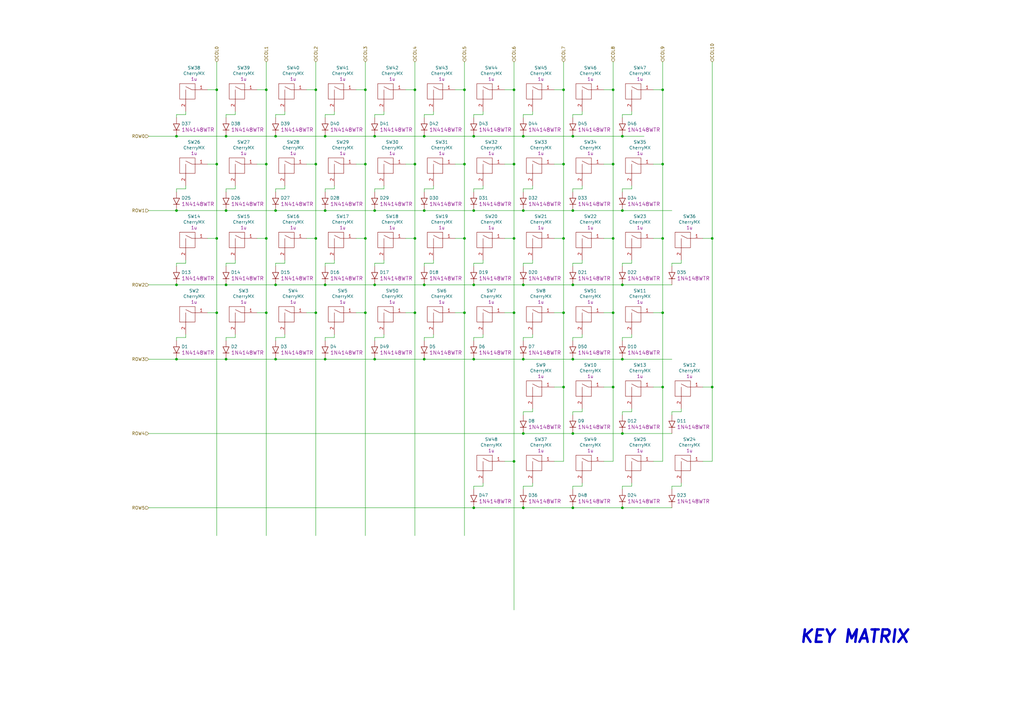
<source format=kicad_sch>
(kicad_sch (version 20211123) (generator eeschema)
  (paper "A3")
  (junction (at 190.5 97.79))
  (junction (at 133.35 116.84))
  (junction (at 170.18 97.79))
  (junction (at 173.99 116.84))
  (junction (at 214.63 147.32))
  (junction (at 88.9 128.27))
  (junction (at 173.99 86.36))
  (junction (at 194.31 55.88))
  (junction (at 190.5 128.27))
  (junction (at 214.63 86.36))
  (junction (at 129.54 36.83))
  (junction (at 271.78 97.79))
  (junction (at 234.95 55.88))
  (junction (at 210.82 36.83))
  (junction (at 231.14 67.31))
  (junction (at 113.03 147.32))
  (junction (at 210.82 189.23))
  (junction (at 190.5 36.83))
  (junction (at 234.95 147.32))
  (junction (at 149.86 36.83))
  (junction (at 88.9 36.83))
  (junction (at 88.9 67.31))
  (junction (at 170.18 36.83))
  (junction (at 214.63 177.8))
  (junction (at 251.46 158.75))
  (junction (at 255.27 147.32))
  (junction (at 129.54 128.27))
  (junction (at 234.95 208.28))
  (junction (at 194.31 147.32))
  (junction (at 133.35 147.32))
  (junction (at 72.39 55.88))
  (junction (at 92.71 86.36))
  (junction (at 149.86 67.31))
  (junction (at 251.46 97.79))
  (junction (at 109.22 36.83))
  (junction (at 271.78 158.75))
  (junction (at 109.22 128.27))
  (junction (at 133.35 86.36))
  (junction (at 292.1 97.79))
  (junction (at 194.31 208.28))
  (junction (at 149.86 97.79))
  (junction (at 214.63 55.88))
  (junction (at 210.82 97.79))
  (junction (at 255.27 86.36))
  (junction (at 210.82 67.31))
  (junction (at 92.71 116.84))
  (junction (at 234.95 177.8))
  (junction (at 92.71 147.32))
  (junction (at 292.1 158.75))
  (junction (at 88.9 97.79))
  (junction (at 234.95 116.84))
  (junction (at 255.27 55.88))
  (junction (at 214.63 116.84))
  (junction (at 113.03 86.36))
  (junction (at 190.5 67.31))
  (junction (at 173.99 147.32))
  (junction (at 251.46 67.31))
  (junction (at 109.22 67.31))
  (junction (at 153.67 116.84))
  (junction (at 170.18 128.27))
  (junction (at 92.71 55.88))
  (junction (at 210.82 128.27))
  (junction (at 149.86 128.27))
  (junction (at 194.31 116.84))
  (junction (at 271.78 67.31))
  (junction (at 113.03 55.88))
  (junction (at 251.46 128.27))
  (junction (at 231.14 97.79))
  (junction (at 231.14 158.75))
  (junction (at 129.54 67.31))
  (junction (at 271.78 128.27))
  (junction (at 153.67 86.36))
  (junction (at 72.39 86.36))
  (junction (at 214.63 208.28))
  (junction (at 255.27 116.84))
  (junction (at 194.31 86.36))
  (junction (at 255.27 208.28))
  (junction (at 72.39 147.32))
  (junction (at 251.46 36.83))
  (junction (at 271.78 36.83))
  (junction (at 113.03 116.84))
  (junction (at 231.14 128.27))
  (junction (at 170.18 67.31))
  (junction (at 231.14 36.83))
  (junction (at 255.27 177.8))
  (junction (at 153.67 55.88))
  (junction (at 133.35 55.88))
  (junction (at 72.39 116.84))
  (junction (at 153.67 147.32))
  (junction (at 234.95 86.36))
  (junction (at 173.99 55.88))
  (junction (at 129.54 97.79))
  (junction (at 109.22 97.79))
  (wire (pts (xy 157.48 45.72) (xy 157.48 46.99)))
  (wire (pts (xy 60.96 55.88) (xy 72.39 55.88)))
  (wire (pts (xy 231.14 128.27) (xy 231.14 158.75)))
  (wire (pts (xy 133.35 138.43) (xy 133.35 139.7)))
  (wire (pts (xy 275.59 86.36) (xy 255.27 86.36)))
  (wire (pts (xy 113.03 138.43) (xy 113.03 139.7)))
  (wire (pts (xy 271.78 158.75) (xy 267.97 158.75)))
  (wire (pts (xy 137.16 107.95) (xy 133.35 107.95)))
  (wire (pts (xy 72.39 116.84) (xy 92.71 116.84)))
  (wire (pts (xy 259.08 138.43) (xy 255.27 138.43)))
  (wire (pts (xy 88.9 97.79) (xy 88.9 128.27)))
  (wire (pts (xy 149.86 128.27) (xy 146.05 128.27)))
  (wire (pts (xy 255.27 199.39) (xy 255.27 200.66)))
  (wire (pts (xy 190.5 97.79) (xy 186.69 97.79)))
  (wire (pts (xy 251.46 67.31) (xy 251.46 97.79)))
  (wire (pts (xy 96.52 45.72) (xy 96.52 46.99)))
  (wire (pts (xy 271.78 97.79) (xy 267.97 97.79)))
  (wire (pts (xy 198.12 46.99) (xy 194.31 46.99)))
  (wire (pts (xy 198.12 107.95) (xy 194.31 107.95)))
  (wire (pts (xy 177.8 45.72) (xy 177.8 46.99)))
  (wire (pts (xy 173.99 107.95) (xy 173.99 109.22)))
  (wire (pts (xy 279.4 168.91) (xy 275.59 168.91)))
  (wire (pts (xy 72.39 46.99) (xy 72.39 48.26)))
  (wire (pts (xy 214.63 168.91) (xy 214.63 170.18)))
  (wire (pts (xy 255.27 116.84) (xy 275.59 116.84)))
  (wire (pts (xy 116.84 77.47) (xy 113.03 77.47)))
  (wire (pts (xy 149.86 67.31) (xy 146.05 67.31)))
  (wire (pts (xy 234.95 199.39) (xy 234.95 200.66)))
  (wire (pts (xy 255.27 77.47) (xy 255.27 78.74)))
  (wire (pts (xy 292.1 189.23) (xy 288.29 189.23)))
  (wire (pts (xy 137.16 76.2) (xy 137.16 77.47)))
  (wire (pts (xy 137.16 45.72) (xy 137.16 46.99)))
  (wire (pts (xy 157.48 138.43) (xy 153.67 138.43)))
  (wire (pts (xy 218.44 106.68) (xy 218.44 107.95)))
  (wire (pts (xy 275.59 107.95) (xy 275.59 109.22)))
  (wire (pts (xy 238.76 198.12) (xy 238.76 199.39)))
  (wire (pts (xy 88.9 36.83) (xy 85.09 36.83)))
  (wire (pts (xy 92.71 55.88) (xy 113.03 55.88)))
  (wire (pts (xy 251.46 25.4) (xy 251.46 36.83)))
  (wire (pts (xy 259.08 77.47) (xy 255.27 77.47)))
  (wire (pts (xy 153.67 147.32) (xy 173.99 147.32)))
  (wire (pts (xy 198.12 138.43) (xy 194.31 138.43)))
  (wire (pts (xy 153.67 116.84) (xy 173.99 116.84)))
  (wire (pts (xy 116.84 106.68) (xy 116.84 107.95)))
  (wire (pts (xy 116.84 45.72) (xy 116.84 46.99)))
  (wire (pts (xy 170.18 97.79) (xy 166.37 97.79)))
  (wire (pts (xy 137.16 46.99) (xy 133.35 46.99)))
  (wire (pts (xy 238.76 106.68) (xy 238.76 107.95)))
  (wire (pts (xy 231.14 67.31) (xy 231.14 97.79)))
  (wire (pts (xy 76.2 107.95) (xy 72.39 107.95)))
  (wire (pts (xy 88.9 36.83) (xy 88.9 67.31)))
  (wire (pts (xy 170.18 67.31) (xy 170.18 97.79)))
  (wire (pts (xy 190.5 97.79) (xy 190.5 128.27)))
  (wire (pts (xy 109.22 67.31) (xy 109.22 97.79)))
  (wire (pts (xy 210.82 128.27) (xy 207.01 128.27)))
  (wire (pts (xy 157.48 107.95) (xy 153.67 107.95)))
  (wire (pts (xy 194.31 147.32) (xy 214.63 147.32)))
  (wire (pts (xy 214.63 77.47) (xy 214.63 78.74)))
  (wire (pts (xy 133.35 77.47) (xy 133.35 78.74)))
  (wire (pts (xy 96.52 138.43) (xy 92.71 138.43)))
  (wire (pts (xy 247.65 158.75) (xy 251.46 158.75)))
  (wire (pts (xy 76.2 46.99) (xy 72.39 46.99)))
  (wire (pts (xy 255.27 55.88) (xy 234.95 55.88)))
  (wire (pts (xy 234.95 208.28) (xy 255.27 208.28)))
  (wire (pts (xy 133.35 116.84) (xy 153.67 116.84)))
  (wire (pts (xy 177.8 138.43) (xy 173.99 138.43)))
  (wire (pts (xy 194.31 208.28) (xy 214.63 208.28)))
  (wire (pts (xy 214.63 46.99) (xy 214.63 48.26)))
  (wire (pts (xy 133.35 55.88) (xy 153.67 55.88)))
  (wire (pts (xy 76.2 45.72) (xy 76.2 46.99)))
  (wire (pts (xy 251.46 189.23) (xy 247.65 189.23)))
  (wire (pts (xy 259.08 46.99) (xy 255.27 46.99)))
  (wire (pts (xy 259.08 199.39) (xy 255.27 199.39)))
  (wire (pts (xy 251.46 128.27) (xy 251.46 158.75)))
  (wire (pts (xy 190.5 36.83) (xy 190.5 67.31)))
  (wire (pts (xy 153.67 77.47) (xy 153.67 78.74)))
  (wire (pts (xy 116.84 107.95) (xy 113.03 107.95)))
  (wire (pts (xy 271.78 36.83) (xy 271.78 67.31)))
  (wire (pts (xy 109.22 128.27) (xy 105.41 128.27)))
  (wire (pts (xy 271.78 36.83) (xy 267.97 36.83)))
  (wire (pts (xy 96.52 76.2) (xy 96.52 77.47)))
  (wire (pts (xy 76.2 77.47) (xy 72.39 77.47)))
  (wire (pts (xy 72.39 86.36) (xy 92.71 86.36)))
  (wire (pts (xy 218.44 46.99) (xy 214.63 46.99)))
  (wire (pts (xy 190.5 128.27) (xy 186.69 128.27)))
  (wire (pts (xy 88.9 128.27) (xy 88.9 219.71)))
  (wire (pts (xy 292.1 97.79) (xy 288.29 97.79)))
  (wire (pts (xy 231.14 189.23) (xy 227.33 189.23)))
  (wire (pts (xy 72.39 138.43) (xy 72.39 139.7)))
  (wire (pts (xy 92.71 107.95) (xy 92.71 109.22)))
  (wire (pts (xy 194.31 86.36) (xy 214.63 86.36)))
  (wire (pts (xy 279.4 106.68) (xy 279.4 107.95)))
  (wire (pts (xy 88.9 97.79) (xy 85.09 97.79)))
  (wire (pts (xy 194.31 55.88) (xy 214.63 55.88)))
  (wire (pts (xy 231.14 25.4) (xy 231.14 36.83)))
  (wire (pts (xy 133.35 86.36) (xy 153.67 86.36)))
  (wire (pts (xy 190.5 36.83) (xy 186.69 36.83)))
  (wire (pts (xy 271.78 67.31) (xy 271.78 97.79)))
  (wire (pts (xy 238.76 199.39) (xy 234.95 199.39)))
  (wire (pts (xy 210.82 97.79) (xy 210.82 128.27)))
  (wire (pts (xy 218.44 168.91) (xy 214.63 168.91)))
  (wire (pts (xy 251.46 36.83) (xy 251.46 67.31)))
  (wire (pts (xy 190.5 67.31) (xy 190.5 97.79)))
  (wire (pts (xy 60.96 208.28) (xy 194.31 208.28)))
  (wire (pts (xy 170.18 36.83) (xy 166.37 36.83)))
  (wire (pts (xy 259.08 168.91) (xy 255.27 168.91)))
  (wire (pts (xy 177.8 77.47) (xy 173.99 77.47)))
  (wire (pts (xy 170.18 67.31) (xy 166.37 67.31)))
  (wire (pts (xy 173.99 86.36) (xy 194.31 86.36)))
  (wire (pts (xy 76.2 106.68) (xy 76.2 107.95)))
  (wire (pts (xy 173.99 138.43) (xy 173.99 139.7)))
  (wire (pts (xy 279.4 107.95) (xy 275.59 107.95)))
  (wire (pts (xy 177.8 137.16) (xy 177.8 138.43)))
  (wire (pts (xy 255.27 138.43) (xy 255.27 139.7)))
  (wire (pts (xy 129.54 128.27) (xy 125.73 128.27)))
  (wire (pts (xy 170.18 36.83) (xy 170.18 67.31)))
  (wire (pts (xy 210.82 25.4) (xy 210.82 36.83)))
  (wire (pts (xy 234.95 147.32) (xy 255.27 147.32)))
  (wire (pts (xy 177.8 46.99) (xy 173.99 46.99)))
  (wire (pts (xy 137.16 77.47) (xy 133.35 77.47)))
  (wire (pts (xy 231.14 158.75) (xy 227.33 158.75)))
  (wire (pts (xy 157.48 77.47) (xy 153.67 77.47)))
  (wire (pts (xy 129.54 128.27) (xy 129.54 219.71)))
  (wire (pts (xy 292.1 189.23) (xy 292.1 158.75)))
  (wire (pts (xy 198.12 137.16) (xy 198.12 138.43)))
  (wire (pts (xy 88.9 67.31) (xy 88.9 97.79)))
  (wire (pts (xy 72.39 55.88) (xy 92.71 55.88)))
  (wire (pts (xy 149.86 36.83) (xy 146.05 36.83)))
  (wire (pts (xy 231.14 36.83) (xy 231.14 67.31)))
  (wire (pts (xy 292.1 158.75) (xy 288.29 158.75)))
  (wire (pts (xy 96.52 46.99) (xy 92.71 46.99)))
  (wire (pts (xy 231.14 97.79) (xy 227.33 97.79)))
  (wire (pts (xy 153.67 46.99) (xy 153.67 48.26)))
  (wire (pts (xy 129.54 97.79) (xy 125.73 97.79)))
  (wire (pts (xy 129.54 67.31) (xy 129.54 97.79)))
  (wire (pts (xy 234.95 168.91) (xy 234.95 170.18)))
  (wire (pts (xy 210.82 67.31) (xy 207.01 67.31)))
  (wire (pts (xy 92.71 46.99) (xy 92.71 48.26)))
  (wire (pts (xy 227.33 67.31) (xy 231.14 67.31)))
  (wire (pts (xy 113.03 86.36) (xy 133.35 86.36)))
  (wire (pts (xy 194.31 46.99) (xy 194.31 48.26)))
  (wire (pts (xy 292.1 25.4) (xy 292.1 97.79)))
  (wire (pts (xy 271.78 128.27) (xy 271.78 158.75)))
  (wire (pts (xy 255.27 208.28) (xy 275.59 208.28)))
  (wire (pts (xy 214.63 208.28) (xy 234.95 208.28)))
  (wire (pts (xy 153.67 107.95) (xy 153.67 109.22)))
  (wire (pts (xy 218.44 107.95) (xy 214.63 107.95)))
  (wire (pts (xy 116.84 138.43) (xy 113.03 138.43)))
  (wire (pts (xy 198.12 198.12) (xy 198.12 199.39)))
  (wire (pts (xy 271.78 97.79) (xy 271.78 128.27)))
  (wire (pts (xy 251.46 128.27) (xy 247.65 128.27)))
  (wire (pts (xy 92.71 86.36) (xy 113.03 86.36)))
  (wire (pts (xy 173.99 147.32) (xy 194.31 147.32)))
  (wire (pts (xy 173.99 77.47) (xy 173.99 78.74)))
  (wire (pts (xy 194.31 116.84) (xy 214.63 116.84)))
  (wire (pts (xy 255.27 46.99) (xy 255.27 48.26)))
  (wire (pts (xy 271.78 158.75) (xy 271.78 189.23)))
  (wire (pts (xy 60.96 86.36) (xy 72.39 86.36)))
  (wire (pts (xy 133.35 107.95) (xy 133.35 109.22)))
  (wire (pts (xy 214.63 55.88) (xy 234.95 55.88)))
  (wire (pts (xy 170.18 97.79) (xy 170.18 128.27)))
  (wire (pts (xy 259.08 137.16) (xy 259.08 138.43)))
  (wire (pts (xy 251.46 36.83) (xy 247.65 36.83)))
  (wire (pts (xy 251.46 189.23) (xy 251.46 158.75)))
  (wire (pts (xy 210.82 97.79) (xy 207.01 97.79)))
  (wire (pts (xy 116.84 137.16) (xy 116.84 138.43)))
  (wire (pts (xy 275.59 199.39) (xy 275.59 200.66)))
  (wire (pts (xy 279.4 199.39) (xy 275.59 199.39)))
  (wire (pts (xy 92.71 138.43) (xy 92.71 139.7)))
  (wire (pts (xy 259.08 106.68) (xy 259.08 107.95)))
  (wire (pts (xy 218.44 198.12) (xy 218.44 199.39)))
  (wire (pts (xy 231.14 158.75) (xy 231.14 189.23)))
  (wire (pts (xy 198.12 199.39) (xy 194.31 199.39)))
  (wire (pts (xy 116.84 46.99) (xy 113.03 46.99)))
  (wire (pts (xy 129.54 67.31) (xy 125.73 67.31)))
  (wire (pts (xy 255.27 107.95) (xy 255.27 109.22)))
  (wire (pts (xy 173.99 116.84) (xy 194.31 116.84)))
  (wire (pts (xy 170.18 25.4) (xy 170.18 36.83)))
  (wire (pts (xy 92.71 77.47) (xy 92.71 78.74)))
  (wire (pts (xy 238.76 46.99) (xy 234.95 46.99)))
  (wire (pts (xy 116.84 76.2) (xy 116.84 77.47)))
  (wire (pts (xy 259.08 198.12) (xy 259.08 199.39)))
  (wire (pts (xy 218.44 137.16) (xy 218.44 138.43)))
  (wire (pts (xy 238.76 76.2) (xy 238.76 77.47)))
  (wire (pts (xy 255.27 86.36) (xy 234.95 86.36)))
  (wire (pts (xy 149.86 36.83) (xy 149.86 67.31)))
  (wire (pts (xy 109.22 25.4) (xy 109.22 36.83)))
  (wire (pts (xy 96.52 107.95) (xy 92.71 107.95)))
  (wire (pts (xy 88.9 25.4) (xy 88.9 36.83)))
  (wire (pts (xy 96.52 77.47) (xy 92.71 77.47)))
  (wire (pts (xy 60.96 116.84) (xy 72.39 116.84)))
  (wire (pts (xy 238.76 77.47) (xy 234.95 77.47)))
  (wire (pts (xy 109.22 97.79) (xy 105.41 97.79)))
  (wire (pts (xy 177.8 106.68) (xy 177.8 107.95)))
  (wire (pts (xy 149.86 67.31) (xy 149.86 97.79)))
  (wire (pts (xy 231.14 128.27) (xy 227.33 128.27)))
  (wire (pts (xy 259.08 45.72) (xy 259.08 46.99)))
  (wire (pts (xy 190.5 25.4) (xy 190.5 36.83)))
  (wire (pts (xy 218.44 77.47) (xy 214.63 77.47)))
  (wire (pts (xy 234.95 177.8) (xy 255.27 177.8)))
  (wire (pts (xy 88.9 128.27) (xy 85.09 128.27)))
  (wire (pts (xy 238.76 137.16) (xy 238.76 138.43)))
  (wire (pts (xy 113.03 147.32) (xy 133.35 147.32)))
  (wire (pts (xy 255.27 116.84) (xy 234.95 116.84)))
  (wire (pts (xy 149.86 25.4) (xy 149.86 36.83)))
  (wire (pts (xy 210.82 189.23) (xy 207.01 189.23)))
  (wire (pts (xy 234.95 86.36) (xy 214.63 86.36)))
  (wire (pts (xy 218.44 167.64) (xy 218.44 168.91)))
  (wire (pts (xy 214.63 199.39) (xy 214.63 200.66)))
  (wire (pts (xy 198.12 106.68) (xy 198.12 107.95)))
  (wire (pts (xy 109.22 128.27) (xy 109.22 219.71)))
  (wire (pts (xy 210.82 36.83) (xy 210.82 67.31)))
  (wire (pts (xy 96.52 106.68) (xy 96.52 107.95)))
  (wire (pts (xy 129.54 36.83) (xy 125.73 36.83)))
  (wire (pts (xy 92.71 147.32) (xy 113.03 147.32)))
  (wire (pts (xy 157.48 76.2) (xy 157.48 77.47)))
  (wire (pts (xy 113.03 55.88) (xy 133.35 55.88)))
  (wire (pts (xy 137.16 137.16) (xy 137.16 138.43)))
  (wire (pts (xy 251.46 97.79) (xy 247.65 97.79)))
  (wire (pts (xy 109.22 36.83) (xy 105.41 36.83)))
  (wire (pts (xy 255.27 168.91) (xy 255.27 170.18)))
  (wire (pts (xy 218.44 76.2) (xy 218.44 77.47)))
  (wire (pts (xy 259.08 107.95) (xy 255.27 107.95)))
  (wire (pts (xy 194.31 77.47) (xy 194.31 78.74)))
  (wire (pts (xy 214.63 177.8) (xy 234.95 177.8)))
  (wire (pts (xy 218.44 199.39) (xy 214.63 199.39)))
  (wire (pts (xy 109.22 36.83) (xy 109.22 67.31)))
  (wire (pts (xy 88.9 67.31) (xy 85.09 67.31)))
  (wire (pts (xy 251.46 97.79) (xy 251.46 128.27)))
  (wire (pts (xy 194.31 199.39) (xy 194.31 200.66)))
  (wire (pts (xy 113.03 77.47) (xy 113.03 78.74)))
  (wire (pts (xy 271.78 189.23) (xy 267.97 189.23)))
  (wire (pts (xy 214.63 138.43) (xy 214.63 139.7)))
  (wire (pts (xy 149.86 128.27) (xy 149.86 219.71)))
  (wire (pts (xy 292.1 97.79) (xy 292.1 158.75)))
  (wire (pts (xy 210.82 36.83) (xy 207.01 36.83)))
  (wire (pts (xy 194.31 107.95) (xy 194.31 109.22)))
  (wire (pts (xy 72.39 77.47) (xy 72.39 78.74)))
  (wire (pts (xy 190.5 67.31) (xy 186.69 67.31)))
  (wire (pts (xy 238.76 168.91) (xy 234.95 168.91)))
  (wire (pts (xy 218.44 45.72) (xy 218.44 46.99)))
  (wire (pts (xy 234.95 107.95) (xy 234.95 109.22)))
  (wire (pts (xy 109.22 97.79) (xy 109.22 128.27)))
  (wire (pts (xy 271.78 67.31) (xy 267.97 67.31)))
  (wire (pts (xy 113.03 107.95) (xy 113.03 109.22)))
  (wire (pts (xy 133.35 147.32) (xy 153.67 147.32)))
  (wire (pts (xy 170.18 128.27) (xy 166.37 128.27)))
  (wire (pts (xy 279.4 167.64) (xy 279.4 168.91)))
  (wire (pts (xy 194.31 138.43) (xy 194.31 139.7)))
  (wire (pts (xy 255.27 147.32) (xy 275.59 147.32)))
  (wire (pts (xy 153.67 55.88) (xy 173.99 55.88)))
  (wire (pts (xy 210.82 189.23) (xy 210.82 250.19)))
  (wire (pts (xy 137.16 106.68) (xy 137.16 107.95)))
  (wire (pts (xy 137.16 138.43) (xy 133.35 138.43)))
  (wire (pts (xy 153.67 86.36) (xy 173.99 86.36)))
  (wire (pts (xy 76.2 137.16) (xy 76.2 138.43)))
  (wire (pts (xy 238.76 107.95) (xy 234.95 107.95)))
  (wire (pts (xy 153.67 138.43) (xy 153.67 139.7)))
  (wire (pts (xy 149.86 97.79) (xy 149.86 128.27)))
  (wire (pts (xy 72.39 147.32) (xy 92.71 147.32)))
  (wire (pts (xy 218.44 138.43) (xy 214.63 138.43)))
  (wire (pts (xy 157.48 46.99) (xy 153.67 46.99)))
  (wire (pts (xy 214.63 147.32) (xy 234.95 147.32)))
  (wire (pts (xy 247.65 67.31) (xy 251.46 67.31)))
  (wire (pts (xy 210.82 67.31) (xy 210.82 97.79)))
  (wire (pts (xy 149.86 97.79) (xy 146.05 97.79)))
  (wire (pts (xy 234.95 138.43) (xy 234.95 139.7)))
  (wire (pts (xy 76.2 138.43) (xy 72.39 138.43)))
  (wire (pts (xy 157.48 137.16) (xy 157.48 138.43)))
  (wire (pts (xy 238.76 167.64) (xy 238.76 168.91)))
  (wire (pts (xy 198.12 76.2) (xy 198.12 77.47)))
  (wire (pts (xy 198.12 45.72) (xy 198.12 46.99)))
  (wire (pts (xy 60.96 147.32) (xy 72.39 147.32)))
  (wire (pts (xy 259.08 76.2) (xy 259.08 77.47)))
  (wire (pts (xy 173.99 46.99) (xy 173.99 48.26)))
  (wire (pts (xy 190.5 128.27) (xy 190.5 219.71)))
  (wire (pts (xy 133.35 46.99) (xy 133.35 48.26)))
  (wire (pts (xy 238.76 45.72) (xy 238.76 46.99)))
  (wire (pts (xy 275.59 168.91) (xy 275.59 170.18)))
  (wire (pts (xy 113.03 46.99) (xy 113.03 48.26)))
  (wire (pts (xy 259.08 167.64) (xy 259.08 168.91)))
  (wire (pts (xy 214.63 116.84) (xy 234.95 116.84)))
  (wire (pts (xy 129.54 36.83) (xy 129.54 67.31)))
  (wire (pts (xy 92.71 116.84) (xy 113.03 116.84)))
  (wire (pts (xy 60.96 177.8) (xy 214.63 177.8)))
  (wire (pts (xy 177.8 107.95) (xy 173.99 107.95)))
  (wire (pts (xy 255.27 177.8) (xy 275.59 177.8)))
  (wire (pts (xy 234.95 46.99) (xy 234.95 48.26)))
  (wire (pts (xy 231.14 36.83) (xy 227.33 36.83)))
  (wire (pts (xy 231.14 97.79) (xy 231.14 128.27)))
  (wire (pts (xy 234.95 77.47) (xy 234.95 78.74)))
  (wire (pts (xy 271.78 25.4) (xy 271.78 36.83)))
  (wire (pts (xy 264.16 55.88) (xy 255.27 55.88)))
  (wire (pts (xy 271.78 128.27) (xy 267.97 128.27)))
  (wire (pts (xy 198.12 77.47) (xy 194.31 77.47)))
  (wire (pts (xy 177.8 76.2) (xy 177.8 77.47)))
  (wire (pts (xy 76.2 76.2) (xy 76.2 77.47)))
  (wire (pts (xy 96.52 137.16) (xy 96.52 138.43)))
  (wire (pts (xy 173.99 55.88) (xy 194.31 55.88)))
  (wire (pts (xy 129.54 97.79) (xy 129.54 128.27)))
  (wire (pts (xy 210.82 128.27) (xy 210.82 189.23)))
  (wire (pts (xy 109.22 67.31) (xy 105.41 67.31)))
  (wire (pts (xy 170.18 128.27) (xy 170.18 219.71)))
  (wire (pts (xy 129.54 25.4) (xy 129.54 36.83)))
  (wire (pts (xy 157.48 106.68) (xy 157.48 107.95)))
  (wire (pts (xy 238.76 138.43) (xy 234.95 138.43)))
  (wire (pts (xy 279.4 198.12) (xy 279.4 199.39)))
  (wire (pts (xy 113.03 116.84) (xy 133.35 116.84)))
  (wire (pts (xy 214.63 107.95) (xy 214.63 109.22)))
  (wire (pts (xy 72.39 107.95) (xy 72.39 109.22)))
  (text "KEY MATRIX" (at 327.66 264.16 0) (effects (font (size 5.08 5.08) (thickness 1.016) bold italic) (justify left bottom)))
  (hierarchical_label "ROW1" (shape input) (at 60.96 86.36 180))
  (hierarchical_label "COL4" (shape input) (at 170.18 25.4 90))
  (hierarchical_label "COL3" (shape input) (at 149.86 25.4 90))
  (hierarchical_label "COL10" (shape input) (at 292.1 25.4 90))
  (hierarchical_label "COL8" (shape input) (at 251.46 25.4 90))
  (hierarchical_label "COL7" (shape input) (at 231.14 25.4 90))
  (hierarchical_label "COL2" (shape input) (at 129.54 25.4 90))
  (hierarchical_label "COL6" (shape input) (at 210.82 25.4 90))
  (hierarchical_label "ROW5" (shape input) (at 60.96 208.28 180))
  (hierarchical_label "ROW4" (shape input) (at 60.96 177.8 180))
  (hierarchical_label "COL5" (shape input) (at 190.5 25.4 90))
  (hierarchical_label "ROW3" (shape input) (at 60.96 147.32 180))
  (hierarchical_label "COL1" (shape input) (at 109.22 25.4 90))
  (hierarchical_label "ROW0" (shape input) (at 60.96 55.88 180))
  (hierarchical_label "COL9" (shape input) (at 271.78 25.4 90))
  (hierarchical_label "ROW2" (shape input) (at 60.96 116.84 180))
  (hierarchical_label "COL0" (shape input) (at 88.9 25.4 90))
  (symbol (lib_id "MKB_Switches:CherryMX") (at 76.2 129.54 0) (unit 1)
    (property "Reference" "SW2" (at 79.5782 119.253 0))
    (property "Value" "CherryMX" (at 79.5782 121.5644 0))
    (property "Footprint" "CherryMX:SW_Cherry-MX_1U_PCB-Mount_Kailh-Hot-Swap" (effects hide))
    (property "Manufacturer" "DNP" (effects hide))
    (property "MPN" "DNP" (effects hide))
    (property "Supplier" "DNP" (effects hide))
    (property "Supplier PN" "DNP" (effects hide))
    (property "Package" "1u" (at 79.5782 123.8758 0))
    (property "MV PN" "DNP" (effects hide))
  )
  (symbol (lib_id "master-vampire_General:D") (at 72.39 143.51 90) (unit 1)
    (property "Reference" "D1" (at 74.3966 142.1638 90) (effects (justify right)))
    (property "Value" "D" (effects hide))
    (property "Footprint" "ortho-40percent:SOD-123" (effects hide))
    (property "MPN" "1N4148WTR" (at 74.3966 144.6784 90) (effects (font (size 1.524 1.524)) (justify right)))
    (property "Manufacturer" "SMC Diode Solutions" (effects hide))
    (property "Supplier" "DigiKey" (effects hide))
    (property "Supplier PN" "1655-1360-1-ND" (effects hide))
    (property "Voltage Rating" "75V" (effects hide))
    (property "Current Rating" "250mA" (effects hide))
    (property "Package" "SOD-123" (effects hide))
    (property "MV PN" "20004-A" (effects hide))
  )
  (symbol (lib_id "MKB_Switches:CherryMX") (at 218.44 160.02 0) (unit 1)
    (property "Reference" "SW9" (at 221.8182 149.733 0))
    (property "Value" "CherryMX" (at 221.8182 152.0444 0))
    (property "Footprint" "CherryMX:SW_Cherry-MX_1U_PCB-Mount_Kailh-Hot-Swap" (effects hide))
    (property "Manufacturer" "DNP" (effects hide))
    (property "MPN" "DNP" (effects hide))
    (property "Supplier" "DNP" (effects hide))
    (property "Supplier PN" "DNP" (effects hide))
    (property "Package" "1u" (at 221.8182 154.3558 0))
    (property "MV PN" "DNP" (effects hide))
  )
  (symbol (lib_id "master-vampire_General:D") (at 214.63 173.99 90) (unit 1)
    (property "Reference" "D8" (at 216.6366 172.6438 90) (effects (justify right)))
    (property "Value" "D" (effects hide))
    (property "Footprint" "ortho-40percent:SOD-123" (effects hide))
    (property "MPN" "1N4148WTR" (at 216.6366 175.1584 90) (effects (font (size 1.524 1.524)) (justify right)))
    (property "Manufacturer" "SMC Diode Solutions" (effects hide))
    (property "Supplier" "DigiKey" (effects hide))
    (property "Supplier PN" "1655-1360-1-ND" (effects hide))
    (property "Voltage Rating" "75V" (effects hide))
    (property "Current Rating" "250mA" (effects hide))
    (property "Package" "SOD-123" (effects hide))
    (property "MV PN" "20004-A" (effects hide))
  )
  (symbol (lib_id "MKB_Switches:CherryMX") (at 116.84 99.06 0) (unit 1)
    (property "Reference" "SW16" (at 120.2182 88.773 0))
    (property "Value" "CherryMX" (at 120.2182 91.0844 0))
    (property "Footprint" "CherryMX:SW_Cherry-MX_1U_PCB-Mount_Kailh-Hot-Swap" (effects hide))
    (property "Manufacturer" "DNP" (effects hide))
    (property "MPN" "DNP" (effects hide))
    (property "Supplier" "DNP" (effects hide))
    (property "Supplier PN" "DNP" (effects hide))
    (property "Package" "1u" (at 120.2182 93.3958 0))
    (property "MV PN" "DNP" (effects hide))
  )
  (symbol (lib_id "master-vampire_General:D") (at 113.03 113.03 90) (unit 1)
    (property "Reference" "D15" (at 115.0366 111.6838 90) (effects (justify right)))
    (property "Value" "D" (effects hide))
    (property "Footprint" "ortho-40percent:SOD-123" (effects hide))
    (property "MPN" "1N4148WTR" (at 115.0366 114.1984 90) (effects (font (size 1.524 1.524)) (justify right)))
    (property "Manufacturer" "SMC Diode Solutions" (effects hide))
    (property "Supplier" "DigiKey" (effects hide))
    (property "Supplier PN" "1655-1360-1-ND" (effects hide))
    (property "Voltage Rating" "75V" (effects hide))
    (property "Current Rating" "250mA" (effects hide))
    (property "Package" "SOD-123" (effects hide))
    (property "MV PN" "20004-A" (effects hide))
  )
  (symbol (lib_id "MKB_Switches:CherryMX") (at 259.08 99.06 0) (unit 1)
    (property "Reference" "SW23" (at 262.4582 88.773 0))
    (property "Value" "CherryMX" (at 262.4582 91.0844 0))
    (property "Footprint" "CherryMX:SW_Cherry-MX_1U_PCB-Mount_Kailh-Hot-Swap" (effects hide))
    (property "Manufacturer" "DNP" (effects hide))
    (property "MPN" "DNP" (effects hide))
    (property "Supplier" "DNP" (effects hide))
    (property "Supplier PN" "DNP" (effects hide))
    (property "Package" "1u" (at 262.4582 93.3958 0))
    (property "MV PN" "DNP" (effects hide))
  )
  (symbol (lib_id "master-vampire_General:D") (at 255.27 113.03 90) (unit 1)
    (property "Reference" "D22" (at 257.2766 111.6838 90) (effects (justify right)))
    (property "Value" "D" (effects hide))
    (property "Footprint" "ortho-40percent:SOD-123" (effects hide))
    (property "MPN" "1N4148WTR" (at 257.2766 114.1984 90) (effects (font (size 1.524 1.524)) (justify right)))
    (property "Manufacturer" "SMC Diode Solutions" (effects hide))
    (property "Supplier" "DigiKey" (effects hide))
    (property "Supplier PN" "1655-1360-1-ND" (effects hide))
    (property "Voltage Rating" "75V" (effects hide))
    (property "Current Rating" "250mA" (effects hide))
    (property "Package" "SOD-123" (effects hide))
    (property "MV PN" "20004-A" (effects hide))
  )
  (symbol (lib_id "MKB_Switches:CherryMX") (at 157.48 68.58 0) (unit 1)
    (property "Reference" "SW30" (at 160.8582 58.293 0))
    (property "Value" "CherryMX" (at 160.8582 60.6044 0))
    (property "Footprint" "CherryMX:SW_Cherry-MX_1U_PCB-Mount_Kailh-Hot-Swap" (effects hide))
    (property "Manufacturer" "DNP" (effects hide))
    (property "MPN" "DNP" (effects hide))
    (property "Supplier" "DNP" (effects hide))
    (property "Supplier PN" "DNP" (effects hide))
    (property "Package" "1u" (at 160.8582 62.9158 0))
    (property "MV PN" "DNP" (effects hide))
  )
  (symbol (lib_id "master-vampire_General:D") (at 153.67 82.55 90) (unit 1)
    (property "Reference" "D29" (at 155.6766 81.2038 90) (effects (justify right)))
    (property "Value" "D" (effects hide))
    (property "Footprint" "ortho-40percent:SOD-123" (effects hide))
    (property "MPN" "1N4148WTR" (at 155.6766 83.7184 90) (effects (font (size 1.524 1.524)) (justify right)))
    (property "Manufacturer" "SMC Diode Solutions" (effects hide))
    (property "Supplier" "DigiKey" (effects hide))
    (property "Supplier PN" "1655-1360-1-ND" (effects hide))
    (property "Voltage Rating" "75V" (effects hide))
    (property "Current Rating" "250mA" (effects hide))
    (property "Package" "SOD-123" (effects hide))
    (property "MV PN" "20004-A" (effects hide))
  )
  (symbol (lib_id "MKB_Switches:CherryMX") (at 279.4 99.06 0) (unit 1)
    (property "Reference" "SW36" (at 282.7782 88.773 0))
    (property "Value" "CherryMX" (at 282.7782 91.0844 0))
    (property "Footprint" "CherryMX:SW_Cherry-MX_1U_PCB-Mount_Kailh-Hot-Swap" (effects hide))
    (property "Manufacturer" "DNP" (effects hide))
    (property "MPN" "DNP" (effects hide))
    (property "Supplier" "DNP" (effects hide))
    (property "Supplier PN" "DNP" (effects hide))
    (property "Package" "1u" (at 282.7782 93.3958 0))
    (property "MV PN" "DNP" (effects hide))
  )
  (symbol (lib_id "master-vampire_General:D") (at 275.59 113.03 90) (unit 1)
    (property "Reference" "D35" (at 277.5966 111.6838 90) (effects (justify right)))
    (property "Value" "D" (effects hide))
    (property "Footprint" "ortho-40percent:SOD-123" (effects hide))
    (property "MPN" "1N4148WTR" (at 277.5966 114.1984 90) (effects (font (size 1.524 1.524)) (justify right)))
    (property "Manufacturer" "SMC Diode Solutions" (effects hide))
    (property "Supplier" "DigiKey" (effects hide))
    (property "Supplier PN" "1655-1360-1-ND" (effects hide))
    (property "Voltage Rating" "75V" (effects hide))
    (property "Current Rating" "250mA" (effects hide))
    (property "Package" "SOD-123" (effects hide))
    (property "MV PN" "20004-A" (effects hide))
  )
  (symbol (lib_id "MKB_Switches:CherryMX") (at 157.48 38.1 0) (unit 1)
    (property "Reference" "SW42" (at 160.8582 27.813 0))
    (property "Value" "CherryMX" (at 160.8582 30.1244 0))
    (property "Footprint" "CherryMX:SW_Cherry-MX_1U_PCB-Mount_Kailh-Hot-Swap" (effects hide))
    (property "Manufacturer" "DNP" (effects hide))
    (property "MPN" "DNP" (effects hide))
    (property "Supplier" "DNP" (effects hide))
    (property "Supplier PN" "DNP" (effects hide))
    (property "Package" "1u" (at 160.8582 32.4358 0))
    (property "MV PN" "DNP" (effects hide))
  )
  (symbol (lib_id "master-vampire_General:D") (at 153.67 52.07 90) (unit 1)
    (property "Reference" "D41" (at 155.6766 50.7238 90) (effects (justify right)))
    (property "Value" "D" (effects hide))
    (property "Footprint" "ortho-40percent:SOD-123" (effects hide))
    (property "MPN" "1N4148WTR" (at 155.6766 53.2384 90) (effects (font (size 1.524 1.524)) (justify right)))
    (property "Manufacturer" "SMC Diode Solutions" (effects hide))
    (property "Supplier" "DigiKey" (effects hide))
    (property "Supplier PN" "1655-1360-1-ND" (effects hide))
    (property "Voltage Rating" "75V" (effects hide))
    (property "Current Rating" "250mA" (effects hide))
    (property "Package" "SOD-123" (effects hide))
    (property "MV PN" "20004-A" (effects hide))
  )
  (symbol (lib_id "MKB_Switches:CherryMX") (at 198.12 190.5 0) (unit 1)
    (property "Reference" "SW48" (at 201.4982 180.213 0))
    (property "Value" "CherryMX" (at 201.4982 182.5244 0))
    (property "Footprint" "CherryMX:SW_Cherry-MX_1U_PCB-Mount_Kailh-Hot-Swap" (effects hide))
    (property "Manufacturer" "DNP" (effects hide))
    (property "MPN" "DNP" (effects hide))
    (property "Supplier" "DNP" (effects hide))
    (property "Supplier PN" "DNP" (effects hide))
    (property "Package" "1u" (at 201.4982 184.8358 0))
    (property "MV PN" "DNP" (effects hide))
  )
  (symbol (lib_id "master-vampire_General:D") (at 194.31 204.47 90) (unit 1)
    (property "Reference" "D47" (at 196.3166 203.1238 90) (effects (justify right)))
    (property "Value" "D" (effects hide))
    (property "Footprint" "ortho-40percent:SOD-123" (effects hide))
    (property "MPN" "1N4148WTR" (at 196.3166 205.6384 90) (effects (font (size 1.524 1.524)) (justify right)))
    (property "Manufacturer" "SMC Diode Solutions" (effects hide))
    (property "Supplier" "DigiKey" (effects hide))
    (property "Supplier PN" "1655-1360-1-ND" (effects hide))
    (property "Voltage Rating" "75V" (effects hide))
    (property "Current Rating" "250mA" (effects hide))
    (property "Package" "SOD-123" (effects hide))
    (property "MV PN" "20004-A" (effects hide))
  )
  (symbol (lib_id "MKB_Switches:CherryMX") (at 96.52 129.54 0) (unit 1)
    (property "Reference" "SW3" (at 99.8982 119.253 0))
    (property "Value" "CherryMX" (at 99.8982 121.5644 0))
    (property "Footprint" "CherryMX:SW_Cherry-MX_1U_PCB-Mount_Kailh-Hot-Swap" (effects hide))
    (property "Manufacturer" "DNP" (effects hide))
    (property "MPN" "DNP" (effects hide))
    (property "Supplier" "DNP" (effects hide))
    (property "Supplier PN" "DNP" (effects hide))
    (property "Package" "1u" (at 99.8982 123.8758 0))
    (property "MV PN" "DNP" (effects hide))
  )
  (symbol (lib_id "master-vampire_General:D") (at 92.71 143.51 90) (unit 1)
    (property "Reference" "D2" (at 94.7166 142.1638 90) (effects (justify right)))
    (property "Value" "D" (effects hide))
    (property "Footprint" "ortho-40percent:SOD-123" (effects hide))
    (property "MPN" "1N4148WTR" (at 94.7166 144.6784 90) (effects (font (size 1.524 1.524)) (justify right)))
    (property "Manufacturer" "SMC Diode Solutions" (effects hide))
    (property "Supplier" "DigiKey" (effects hide))
    (property "Supplier PN" "1655-1360-1-ND" (effects hide))
    (property "Voltage Rating" "75V" (effects hide))
    (property "Current Rating" "250mA" (effects hide))
    (property "Package" "SOD-123" (effects hide))
    (property "MV PN" "20004-A" (effects hide))
  )
  (symbol (lib_id "MKB_Switches:CherryMX") (at 238.76 160.02 0) (unit 1)
    (property "Reference" "SW10" (at 242.1382 149.733 0))
    (property "Value" "CherryMX" (at 242.1382 152.0444 0))
    (property "Footprint" "CherryMX:SW_Cherry-MX_1U_PCB-Mount_Kailh-Hot-Swap" (effects hide))
    (property "Manufacturer" "DNP" (effects hide))
    (property "MPN" "DNP" (effects hide))
    (property "Supplier" "DNP" (effects hide))
    (property "Supplier PN" "DNP" (effects hide))
    (property "Package" "1u" (at 242.1382 154.3558 0))
    (property "MV PN" "DNP" (effects hide))
  )
  (symbol (lib_id "master-vampire_General:D") (at 234.95 173.99 90) (unit 1)
    (property "Reference" "D9" (at 236.9566 172.6438 90) (effects (justify right)))
    (property "Value" "D" (effects hide))
    (property "Footprint" "ortho-40percent:SOD-123" (effects hide))
    (property "MPN" "1N4148WTR" (at 236.9566 175.1584 90) (effects (font (size 1.524 1.524)) (justify right)))
    (property "Manufacturer" "SMC Diode Solutions" (effects hide))
    (property "Supplier" "DigiKey" (effects hide))
    (property "Supplier PN" "1655-1360-1-ND" (effects hide))
    (property "Voltage Rating" "75V" (effects hide))
    (property "Current Rating" "250mA" (effects hide))
    (property "Package" "SOD-123" (effects hide))
    (property "MV PN" "20004-A" (effects hide))
  )
  (symbol (lib_id "MKB_Switches:CherryMX") (at 137.16 99.06 0) (unit 1)
    (property "Reference" "SW17" (at 140.5382 88.773 0))
    (property "Value" "CherryMX" (at 140.5382 91.0844 0))
    (property "Footprint" "CherryMX:SW_Cherry-MX_1U_PCB-Mount_Kailh-Hot-Swap" (effects hide))
    (property "Manufacturer" "DNP" (effects hide))
    (property "MPN" "DNP" (effects hide))
    (property "Supplier" "DNP" (effects hide))
    (property "Supplier PN" "DNP" (effects hide))
    (property "Package" "1u" (at 140.5382 93.3958 0))
    (property "MV PN" "DNP" (effects hide))
  )
  (symbol (lib_id "master-vampire_General:D") (at 133.35 113.03 90) (unit 1)
    (property "Reference" "D16" (at 135.3566 111.6838 90) (effects (justify right)))
    (property "Value" "D" (effects hide))
    (property "Footprint" "ortho-40percent:SOD-123" (effects hide))
    (property "MPN" "1N4148WTR" (at 135.3566 114.1984 90) (effects (font (size 1.524 1.524)) (justify right)))
    (property "Manufacturer" "SMC Diode Solutions" (effects hide))
    (property "Supplier" "DigiKey" (effects hide))
    (property "Supplier PN" "1655-1360-1-ND" (effects hide))
    (property "Voltage Rating" "75V" (effects hide))
    (property "Current Rating" "250mA" (effects hide))
    (property "Package" "SOD-123" (effects hide))
    (property "MV PN" "20004-A" (effects hide))
  )
  (symbol (lib_id "MKB_Switches:CherryMX") (at 279.4 190.5 0) (unit 1)
    (property "Reference" "SW24" (at 282.7782 180.213 0))
    (property "Value" "CherryMX" (at 282.7782 182.5244 0))
    (property "Footprint" "CherryMX:SW_Cherry-MX_1U_PCB-Mount_Kailh-Hot-Swap" (effects hide))
    (property "Manufacturer" "DNP" (effects hide))
    (property "MPN" "DNP" (effects hide))
    (property "Supplier" "DNP" (effects hide))
    (property "Supplier PN" "DNP" (effects hide))
    (property "Package" "1u" (at 282.7782 184.8358 0))
    (property "MV PN" "DNP" (effects hide))
  )
  (symbol (lib_id "master-vampire_General:D") (at 275.59 204.47 90) (unit 1)
    (property "Reference" "D23" (at 277.5966 203.1238 90) (effects (justify right)))
    (property "Value" "D" (effects hide))
    (property "Footprint" "ortho-40percent:SOD-123" (effects hide))
    (property "MPN" "1N4148WTR" (at 277.5966 205.6384 90) (effects (font (size 1.524 1.524)) (justify right)))
    (property "Manufacturer" "SMC Diode Solutions" (effects hide))
    (property "Supplier" "DigiKey" (effects hide))
    (property "Supplier PN" "1655-1360-1-ND" (effects hide))
    (property "Voltage Rating" "75V" (effects hide))
    (property "Current Rating" "250mA" (effects hide))
    (property "Package" "SOD-123" (effects hide))
    (property "MV PN" "20004-A" (effects hide))
  )
  (symbol (lib_id "MKB_Switches:CherryMX") (at 177.8 68.58 0) (unit 1)
    (property "Reference" "SW31" (at 181.1782 58.293 0))
    (property "Value" "CherryMX" (at 181.1782 60.6044 0))
    (property "Footprint" "CherryMX:SW_Cherry-MX_1U_PCB-Mount_Kailh-Hot-Swap" (effects hide))
    (property "Manufacturer" "DNP" (effects hide))
    (property "MPN" "DNP" (effects hide))
    (property "Supplier" "DNP" (effects hide))
    (property "Supplier PN" "DNP" (effects hide))
    (property "Package" "1u" (at 181.1782 62.9158 0))
    (property "MV PN" "DNP" (effects hide))
  )
  (symbol (lib_id "master-vampire_General:D") (at 173.99 82.55 90) (unit 1)
    (property "Reference" "D30" (at 175.9966 81.2038 90) (effects (justify right)))
    (property "Value" "D" (effects hide))
    (property "Footprint" "ortho-40percent:SOD-123" (effects hide))
    (property "MPN" "1N4148WTR" (at 175.9966 83.7184 90) (effects (font (size 1.524 1.524)) (justify right)))
    (property "Manufacturer" "SMC Diode Solutions" (effects hide))
    (property "Supplier" "DigiKey" (effects hide))
    (property "Supplier PN" "1655-1360-1-ND" (effects hide))
    (property "Voltage Rating" "75V" (effects hide))
    (property "Current Rating" "250mA" (effects hide))
    (property "Package" "SOD-123" (effects hide))
    (property "MV PN" "20004-A" (effects hide))
  )
  (symbol (lib_id "MKB_Switches:CherryMX") (at 218.44 190.5 0) (unit 1)
    (property "Reference" "SW37" (at 221.8182 180.213 0))
    (property "Value" "CherryMX" (at 221.8182 182.5244 0))
    (property "Footprint" "CherryMX:SW_Cherry-MX_1U_PCB-Mount_Kailh-Hot-Swap" (effects hide))
    (property "Manufacturer" "DNP" (effects hide))
    (property "MPN" "DNP" (effects hide))
    (property "Supplier" "DNP" (effects hide))
    (property "Supplier PN" "DNP" (effects hide))
    (property "Package" "1u" (at 221.8182 184.8358 0))
    (property "MV PN" "DNP" (effects hide))
  )
  (symbol (lib_id "master-vampire_General:D") (at 214.63 204.47 90) (unit 1)
    (property "Reference" "D36" (at 216.6366 203.1238 90) (effects (justify right)))
    (property "Value" "D" (effects hide))
    (property "Footprint" "ortho-40percent:SOD-123" (effects hide))
    (property "MPN" "1N4148WTR" (at 216.6366 205.6384 90) (effects (font (size 1.524 1.524)) (justify right)))
    (property "Manufacturer" "SMC Diode Solutions" (effects hide))
    (property "Supplier" "DigiKey" (effects hide))
    (property "Supplier PN" "1655-1360-1-ND" (effects hide))
    (property "Voltage Rating" "75V" (effects hide))
    (property "Current Rating" "250mA" (effects hide))
    (property "Package" "SOD-123" (effects hide))
    (property "MV PN" "20004-A" (effects hide))
  )
  (symbol (lib_id "MKB_Switches:CherryMX") (at 177.8 38.1 0) (unit 1)
    (property "Reference" "SW43" (at 181.1782 27.813 0))
    (property "Value" "CherryMX" (at 181.1782 30.1244 0))
    (property "Footprint" "CherryMX:SW_Cherry-MX_1U_PCB-Mount_Kailh-Hot-Swap" (effects hide))
    (property "Manufacturer" "DNP" (effects hide))
    (property "MPN" "DNP" (effects hide))
    (property "Supplier" "DNP" (effects hide))
    (property "Supplier PN" "DNP" (effects hide))
    (property "Package" "1u" (at 181.1782 32.4358 0))
    (property "MV PN" "DNP" (effects hide))
  )
  (symbol (lib_id "master-vampire_General:D") (at 173.99 52.07 90) (unit 1)
    (property "Reference" "D42" (at 175.9966 50.7238 90) (effects (justify right)))
    (property "Value" "D" (effects hide))
    (property "Footprint" "ortho-40percent:SOD-123" (effects hide))
    (property "MPN" "1N4148WTR" (at 175.9966 53.2384 90) (effects (font (size 1.524 1.524)) (justify right)))
    (property "Manufacturer" "SMC Diode Solutions" (effects hide))
    (property "Supplier" "DigiKey" (effects hide))
    (property "Supplier PN" "1655-1360-1-ND" (effects hide))
    (property "Voltage Rating" "75V" (effects hide))
    (property "Current Rating" "250mA" (effects hide))
    (property "Package" "SOD-123" (effects hide))
    (property "MV PN" "20004-A" (effects hide))
  )
  (symbol (lib_id "MKB_Switches:CherryMX") (at 238.76 190.5 0) (unit 1)
    (property "Reference" "SW49" (at 242.1382 180.213 0))
    (property "Value" "CherryMX" (at 242.1382 182.5244 0))
    (property "Footprint" "CherryMX:SW_Cherry-MX_1U_PCB-Mount_Kailh-Hot-Swap" (effects hide))
    (property "Manufacturer" "DNP" (effects hide))
    (property "MPN" "DNP" (effects hide))
    (property "Supplier" "DNP" (effects hide))
    (property "Supplier PN" "DNP" (effects hide))
    (property "Package" "1u" (at 242.1382 184.8358 0))
    (property "MV PN" "DNP" (effects hide))
  )
  (symbol (lib_id "master-vampire_General:D") (at 234.95 204.47 90) (unit 1)
    (property "Reference" "D48" (at 236.9566 203.1238 90) (effects (justify right)))
    (property "Value" "D" (effects hide))
    (property "Footprint" "ortho-40percent:SOD-123" (effects hide))
    (property "MPN" "1N4148WTR" (at 236.9566 205.6384 90) (effects (font (size 1.524 1.524)) (justify right)))
    (property "Manufacturer" "SMC Diode Solutions" (effects hide))
    (property "Supplier" "DigiKey" (effects hide))
    (property "Supplier PN" "1655-1360-1-ND" (effects hide))
    (property "Voltage Rating" "75V" (effects hide))
    (property "Current Rating" "250mA" (effects hide))
    (property "Package" "SOD-123" (effects hide))
    (property "MV PN" "20004-A" (effects hide))
  )
  (symbol (lib_id "MKB_Switches:CherryMX") (at 116.84 129.54 0) (unit 1)
    (property "Reference" "SW4" (at 120.2182 119.253 0))
    (property "Value" "CherryMX" (at 120.2182 121.5644 0))
    (property "Footprint" "CherryMX:SW_Cherry-MX_1U_PCB-Mount_Kailh-Hot-Swap" (effects hide))
    (property "Manufacturer" "DNP" (effects hide))
    (property "MPN" "DNP" (effects hide))
    (property "Supplier" "DNP" (effects hide))
    (property "Supplier PN" "DNP" (effects hide))
    (property "Package" "1u" (at 120.2182 123.8758 0))
    (property "MV PN" "DNP" (effects hide))
  )
  (symbol (lib_id "master-vampire_General:D") (at 113.03 143.51 90) (unit 1)
    (property "Reference" "D3" (at 115.0366 142.1638 90) (effects (justify right)))
    (property "Value" "D" (effects hide))
    (property "Footprint" "ortho-40percent:SOD-123" (effects hide))
    (property "MPN" "1N4148WTR" (at 115.0366 144.6784 90) (effects (font (size 1.524 1.524)) (justify right)))
    (property "Manufacturer" "SMC Diode Solutions" (effects hide))
    (property "Supplier" "DigiKey" (effects hide))
    (property "Supplier PN" "1655-1360-1-ND" (effects hide))
    (property "Voltage Rating" "75V" (effects hide))
    (property "Current Rating" "250mA" (effects hide))
    (property "Package" "SOD-123" (effects hide))
    (property "MV PN" "20004-A" (effects hide))
  )
  (symbol (lib_id "MKB_Switches:CherryMX") (at 259.08 129.54 0) (unit 1)
    (property "Reference" "SW11" (at 262.4582 119.253 0))
    (property "Value" "CherryMX" (at 262.4582 121.5644 0))
    (property "Footprint" "CherryMX:SW_Cherry-MX_1U_PCB-Mount_Kailh-Hot-Swap" (effects hide))
    (property "Manufacturer" "DNP" (effects hide))
    (property "MPN" "DNP" (effects hide))
    (property "Supplier" "DNP" (effects hide))
    (property "Supplier PN" "DNP" (effects hide))
    (property "Package" "1u" (at 262.4582 123.8758 0))
    (property "MV PN" "DNP" (effects hide))
  )
  (symbol (lib_id "master-vampire_General:D") (at 255.27 143.51 90) (unit 1)
    (property "Reference" "D10" (at 257.2766 142.1638 90) (effects (justify right)))
    (property "Value" "D" (effects hide))
    (property "Footprint" "ortho-40percent:SOD-123" (effects hide))
    (property "MPN" "1N4148WTR" (at 257.2766 144.6784 90) (effects (font (size 1.524 1.524)) (justify right)))
    (property "Manufacturer" "SMC Diode Solutions" (effects hide))
    (property "Supplier" "DigiKey" (effects hide))
    (property "Supplier PN" "1655-1360-1-ND" (effects hide))
    (property "Voltage Rating" "75V" (effects hide))
    (property "Current Rating" "250mA" (effects hide))
    (property "Package" "SOD-123" (effects hide))
    (property "MV PN" "20004-A" (effects hide))
  )
  (symbol (lib_id "MKB_Switches:CherryMX") (at 157.48 99.06 0) (unit 1)
    (property "Reference" "SW18" (at 160.8582 88.773 0))
    (property "Value" "CherryMX" (at 160.8582 91.0844 0))
    (property "Footprint" "CherryMX:SW_Cherry-MX_1U_PCB-Mount_Kailh-Hot-Swap" (effects hide))
    (property "Manufacturer" "DNP" (effects hide))
    (property "MPN" "DNP" (effects hide))
    (property "Supplier" "DNP" (effects hide))
    (property "Supplier PN" "DNP" (effects hide))
    (property "Package" "1u" (at 160.8582 93.3958 0))
    (property "MV PN" "DNP" (effects hide))
  )
  (symbol (lib_id "master-vampire_General:D") (at 153.67 113.03 90) (unit 1)
    (property "Reference" "D17" (at 155.6766 111.6838 90) (effects (justify right)))
    (property "Value" "D" (effects hide))
    (property "Footprint" "ortho-40percent:SOD-123" (effects hide))
    (property "MPN" "1N4148WTR" (at 155.6766 114.1984 90) (effects (font (size 1.524 1.524)) (justify right)))
    (property "Manufacturer" "SMC Diode Solutions" (effects hide))
    (property "Supplier" "DigiKey" (effects hide))
    (property "Supplier PN" "1655-1360-1-ND" (effects hide))
    (property "Voltage Rating" "75V" (effects hide))
    (property "Current Rating" "250mA" (effects hide))
    (property "Package" "SOD-123" (effects hide))
    (property "MV PN" "20004-A" (effects hide))
  )
  (symbol (lib_id "MKB_Switches:CherryMX") (at 259.08 190.5 0) (unit 1)
    (property "Reference" "SW25" (at 262.4582 180.213 0))
    (property "Value" "CherryMX" (at 262.4582 182.5244 0))
    (property "Footprint" "CherryMX:SW_Cherry-MX_1U_PCB-Mount_Kailh-Hot-Swap" (effects hide))
    (property "Manufacturer" "DNP" (effects hide))
    (property "MPN" "DNP" (effects hide))
    (property "Supplier" "DNP" (effects hide))
    (property "Supplier PN" "DNP" (effects hide))
    (property "Package" "1u" (at 262.4582 184.8358 0))
    (property "MV PN" "DNP" (effects hide))
  )
  (symbol (lib_id "master-vampire_General:D") (at 255.27 204.47 90) (unit 1)
    (property "Reference" "D24" (at 257.2766 203.1238 90) (effects (justify right)))
    (property "Value" "D" (effects hide))
    (property "Footprint" "ortho-40percent:SOD-123" (effects hide))
    (property "MPN" "1N4148WTR" (at 257.2766 205.6384 90) (effects (font (size 1.524 1.524)) (justify right)))
    (property "Manufacturer" "SMC Diode Solutions" (effects hide))
    (property "Supplier" "DigiKey" (effects hide))
    (property "Supplier PN" "1655-1360-1-ND" (effects hide))
    (property "Voltage Rating" "75V" (effects hide))
    (property "Current Rating" "250mA" (effects hide))
    (property "Package" "SOD-123" (effects hide))
    (property "MV PN" "20004-A" (effects hide))
  )
  (symbol (lib_id "MKB_Switches:CherryMX") (at 198.12 68.58 0) (unit 1)
    (property "Reference" "SW32" (at 201.4982 58.293 0))
    (property "Value" "CherryMX" (at 201.4982 60.6044 0))
    (property "Footprint" "CherryMX:SW_Cherry-MX_1U_PCB-Mount_Kailh-Hot-Swap" (effects hide))
    (property "Manufacturer" "DNP" (effects hide))
    (property "MPN" "DNP" (effects hide))
    (property "Supplier" "DNP" (effects hide))
    (property "Supplier PN" "DNP" (effects hide))
    (property "Package" "1u" (at 201.4982 62.9158 0))
    (property "MV PN" "DNP" (effects hide))
  )
  (symbol (lib_id "master-vampire_General:D") (at 194.31 82.55 90) (unit 1)
    (property "Reference" "D31" (at 196.3166 81.2038 90) (effects (justify right)))
    (property "Value" "D" (effects hide))
    (property "Footprint" "ortho-40percent:SOD-123" (effects hide))
    (property "MPN" "1N4148WTR" (at 196.3166 83.7184 90) (effects (font (size 1.524 1.524)) (justify right)))
    (property "Manufacturer" "SMC Diode Solutions" (effects hide))
    (property "Supplier" "DigiKey" (effects hide))
    (property "Supplier PN" "1655-1360-1-ND" (effects hide))
    (property "Voltage Rating" "75V" (effects hide))
    (property "Current Rating" "250mA" (effects hide))
    (property "Package" "SOD-123" (effects hide))
    (property "MV PN" "20004-A" (effects hide))
  )
  (symbol (lib_id "MKB_Switches:CherryMX") (at 76.2 38.1 0) (unit 1)
    (property "Reference" "SW38" (at 79.5782 27.813 0))
    (property "Value" "CherryMX" (at 79.5782 30.1244 0))
    (property "Footprint" "CherryMX:SW_Cherry-MX_1U_PCB-Mount_Kailh-Hot-Swap" (effects hide))
    (property "Manufacturer" "DNP" (effects hide))
    (property "MPN" "DNP" (effects hide))
    (property "Supplier" "DNP" (effects hide))
    (property "Supplier PN" "DNP" (effects hide))
    (property "Package" "1u" (at 79.5782 32.4358 0))
    (property "MV PN" "DNP" (effects hide))
  )
  (symbol (lib_id "master-vampire_General:D") (at 72.39 52.07 90) (unit 1)
    (property "Reference" "D37" (at 74.3966 50.7238 90) (effects (justify right)))
    (property "Value" "D" (effects hide))
    (property "Footprint" "ortho-40percent:SOD-123" (effects hide))
    (property "MPN" "1N4148WTR" (at 74.3966 53.2384 90) (effects (font (size 1.524 1.524)) (justify right)))
    (property "Manufacturer" "SMC Diode Solutions" (effects hide))
    (property "Supplier" "DigiKey" (effects hide))
    (property "Supplier PN" "1655-1360-1-ND" (effects hide))
    (property "Voltage Rating" "75V" (effects hide))
    (property "Current Rating" "250mA" (effects hide))
    (property "Package" "SOD-123" (effects hide))
    (property "MV PN" "20004-A" (effects hide))
  )
  (symbol (lib_id "MKB_Switches:CherryMX") (at 198.12 38.1 0) (unit 1)
    (property "Reference" "SW44" (at 201.4982 27.813 0))
    (property "Value" "CherryMX" (at 201.4982 30.1244 0))
    (property "Footprint" "CherryMX:SW_Cherry-MX_1U_PCB-Mount_Kailh-Hot-Swap" (effects hide))
    (property "Manufacturer" "DNP" (effects hide))
    (property "MPN" "DNP" (effects hide))
    (property "Supplier" "DNP" (effects hide))
    (property "Supplier PN" "DNP" (effects hide))
    (property "Package" "1u" (at 201.4982 32.4358 0))
    (property "MV PN" "DNP" (effects hide))
  )
  (symbol (lib_id "master-vampire_General:D") (at 194.31 52.07 90) (unit 1)
    (property "Reference" "D43" (at 196.3166 50.7238 90) (effects (justify right)))
    (property "Value" "D" (effects hide))
    (property "Footprint" "ortho-40percent:SOD-123" (effects hide))
    (property "MPN" "1N4148WTR" (at 196.3166 53.2384 90) (effects (font (size 1.524 1.524)) (justify right)))
    (property "Manufacturer" "SMC Diode Solutions" (effects hide))
    (property "Supplier" "DigiKey" (effects hide))
    (property "Supplier PN" "1655-1360-1-ND" (effects hide))
    (property "Voltage Rating" "75V" (effects hide))
    (property "Current Rating" "250mA" (effects hide))
    (property "Package" "SOD-123" (effects hide))
    (property "MV PN" "20004-A" (effects hide))
  )
  (symbol (lib_id "MKB_Switches:CherryMX") (at 157.48 129.54 0) (unit 1)
    (property "Reference" "SW50" (at 160.8582 119.253 0))
    (property "Value" "CherryMX" (at 160.8582 121.5644 0))
    (property "Footprint" "CherryMX:SW_Cherry-MX_2U_PCB-Mount_Kailh-Hot-Swap" (effects hide))
    (property "Manufacturer" "DNP" (effects hide))
    (property "MPN" "DNP" (effects hide))
    (property "Supplier" "DNP" (effects hide))
    (property "Supplier PN" "DNP" (effects hide))
    (property "Package" "1u" (at 160.8582 123.8758 0))
    (property "MV PN" "DNP" (effects hide))
  )
  (symbol (lib_id "master-vampire_General:D") (at 153.67 143.51 90) (unit 1)
    (property "Reference" "D49" (at 155.6766 142.1638 90) (effects (justify right)))
    (property "Value" "D" (effects hide))
    (property "Footprint" "ortho-40percent:SOD-123" (effects hide))
    (property "MPN" "1N4148WTR" (at 155.6766 144.6784 90) (effects (font (size 1.524 1.524)) (justify right)))
    (property "Manufacturer" "SMC Diode Solutions" (effects hide))
    (property "Supplier" "DigiKey" (effects hide))
    (property "Supplier PN" "1655-1360-1-ND" (effects hide))
    (property "Voltage Rating" "75V" (effects hide))
    (property "Current Rating" "250mA" (effects hide))
    (property "Package" "SOD-123" (effects hide))
    (property "MV PN" "20004-A" (effects hide))
  )
  (symbol (lib_id "MKB_Switches:CherryMX") (at 137.16 129.54 0) (unit 1)
    (property "Reference" "SW5" (at 140.5382 119.253 0))
    (property "Value" "CherryMX" (at 140.5382 121.5644 0))
    (property "Footprint" "CherryMX:SW_Cherry-MX_1U_PCB-Mount_Kailh-Hot-Swap" (effects hide))
    (property "Manufacturer" "DNP" (effects hide))
    (property "MPN" "DNP" (effects hide))
    (property "Supplier" "DNP" (effects hide))
    (property "Supplier PN" "DNP" (effects hide))
    (property "Package" "1u" (at 140.5382 123.8758 0))
    (property "MV PN" "DNP" (effects hide))
  )
  (symbol (lib_id "master-vampire_General:D") (at 133.35 143.51 90) (unit 1)
    (property "Reference" "D4" (at 135.3566 142.1638 90) (effects (justify right)))
    (property "Value" "D" (effects hide))
    (property "Footprint" "ortho-40percent:SOD-123" (effects hide))
    (property "MPN" "1N4148WTR" (at 135.3566 144.6784 90) (effects (font (size 1.524 1.524)) (justify right)))
    (property "Manufacturer" "SMC Diode Solutions" (effects hide))
    (property "Supplier" "DigiKey" (effects hide))
    (property "Supplier PN" "1655-1360-1-ND" (effects hide))
    (property "Voltage Rating" "75V" (effects hide))
    (property "Current Rating" "250mA" (effects hide))
    (property "Package" "SOD-123" (effects hide))
    (property "MV PN" "20004-A" (effects hide))
  )
  (symbol (lib_id "MKB_Switches:CherryMX") (at 279.4 160.02 0) (unit 1)
    (property "Reference" "SW12" (at 282.7782 149.733 0))
    (property "Value" "CherryMX" (at 282.7782 152.0444 0))
    (property "Footprint" "CherryMX:SW_Cherry-MX_1U_PCB-Mount_Kailh-Hot-Swap" (effects hide))
    (property "Manufacturer" "DNP" (effects hide))
    (property "MPN" "DNP" (effects hide))
    (property "Supplier" "DNP" (effects hide))
    (property "Supplier PN" "DNP" (effects hide))
    (property "Package" "1u" (at 282.7782 154.3558 0))
    (property "MV PN" "DNP" (effects hide))
  )
  (symbol (lib_id "master-vampire_General:D") (at 275.59 173.99 90) (unit 1)
    (property "Reference" "D11" (at 277.5966 172.6438 90) (effects (justify right)))
    (property "Value" "D" (effects hide))
    (property "Footprint" "ortho-40percent:SOD-123" (effects hide))
    (property "MPN" "1N4148WTR" (at 277.5966 175.1584 90) (effects (font (size 1.524 1.524)) (justify right)))
    (property "Manufacturer" "SMC Diode Solutions" (effects hide))
    (property "Supplier" "DigiKey" (effects hide))
    (property "Supplier PN" "1655-1360-1-ND" (effects hide))
    (property "Voltage Rating" "75V" (effects hide))
    (property "Current Rating" "250mA" (effects hide))
    (property "Package" "SOD-123" (effects hide))
    (property "MV PN" "20004-A" (effects hide))
  )
  (symbol (lib_id "MKB_Switches:CherryMX") (at 177.8 99.06 0) (unit 1)
    (property "Reference" "SW19" (at 181.1782 88.773 0))
    (property "Value" "CherryMX" (at 181.1782 91.0844 0))
    (property "Footprint" "CherryMX:SW_Cherry-MX_1U_PCB-Mount_Kailh-Hot-Swap" (effects hide))
    (property "Manufacturer" "DNP" (effects hide))
    (property "MPN" "DNP" (effects hide))
    (property "Supplier" "DNP" (effects hide))
    (property "Supplier PN" "DNP" (effects hide))
    (property "Package" "1u" (at 181.1782 93.3958 0))
    (property "MV PN" "DNP" (effects hide))
  )
  (symbol (lib_id "master-vampire_General:D") (at 173.99 113.03 90) (unit 1)
    (property "Reference" "D18" (at 175.9966 111.6838 90) (effects (justify right)))
    (property "Value" "D" (effects hide))
    (property "Footprint" "ortho-40percent:SOD-123" (effects hide))
    (property "MPN" "1N4148WTR" (at 175.9966 114.1984 90) (effects (font (size 1.524 1.524)) (justify right)))
    (property "Manufacturer" "SMC Diode Solutions" (effects hide))
    (property "Supplier" "DigiKey" (effects hide))
    (property "Supplier PN" "1655-1360-1-ND" (effects hide))
    (property "Voltage Rating" "75V" (effects hide))
    (property "Current Rating" "250mA" (effects hide))
    (property "Package" "SOD-123" (effects hide))
    (property "MV PN" "20004-A" (effects hide))
  )
  (symbol (lib_id "MKB_Switches:CherryMX") (at 76.2 68.58 0) (unit 1)
    (property "Reference" "SW26" (at 79.5782 58.293 0))
    (property "Value" "CherryMX" (at 79.5782 60.6044 0))
    (property "Footprint" "CherryMX:SW_Cherry-MX_1U_PCB-Mount_Kailh-Hot-Swap" (effects hide))
    (property "Manufacturer" "DNP" (effects hide))
    (property "MPN" "DNP" (effects hide))
    (property "Supplier" "DNP" (effects hide))
    (property "Supplier PN" "DNP" (effects hide))
    (property "Package" "1u" (at 79.5782 62.9158 0))
    (property "MV PN" "DNP" (effects hide))
  )
  (symbol (lib_id "master-vampire_General:D") (at 72.39 82.55 90) (unit 1)
    (property "Reference" "D25" (at 74.3966 81.2038 90) (effects (justify right)))
    (property "Value" "D" (effects hide))
    (property "Footprint" "ortho-40percent:SOD-123" (effects hide))
    (property "MPN" "1N4148WTR" (at 74.3966 83.7184 90) (effects (font (size 1.524 1.524)) (justify right)))
    (property "Manufacturer" "SMC Diode Solutions" (effects hide))
    (property "Supplier" "DigiKey" (effects hide))
    (property "Supplier PN" "1655-1360-1-ND" (effects hide))
    (property "Voltage Rating" "75V" (effects hide))
    (property "Current Rating" "250mA" (effects hide))
    (property "Package" "SOD-123" (effects hide))
    (property "MV PN" "20004-A" (effects hide))
  )
  (symbol (lib_id "MKB_Switches:CherryMX") (at 218.44 68.58 0) (unit 1)
    (property "Reference" "SW33" (at 221.8182 58.293 0))
    (property "Value" "CherryMX" (at 221.8182 60.6044 0))
    (property "Footprint" "CherryMX:SW_Cherry-MX_1U_PCB-Mount_Kailh-Hot-Swap" (effects hide))
    (property "Manufacturer" "DNP" (effects hide))
    (property "MPN" "DNP" (effects hide))
    (property "Supplier" "DNP" (effects hide))
    (property "Supplier PN" "DNP" (effects hide))
    (property "Package" "1u" (at 221.8182 62.9158 0))
    (property "MV PN" "DNP" (effects hide))
  )
  (symbol (lib_id "master-vampire_General:D") (at 214.63 82.55 90) (unit 1)
    (property "Reference" "D32" (at 216.6366 81.2038 90) (effects (justify right)))
    (property "Value" "D" (effects hide))
    (property "Footprint" "ortho-40percent:SOD-123" (effects hide))
    (property "MPN" "1N4148WTR" (at 216.6366 83.7184 90) (effects (font (size 1.524 1.524)) (justify right)))
    (property "Manufacturer" "SMC Diode Solutions" (effects hide))
    (property "Supplier" "DigiKey" (effects hide))
    (property "Supplier PN" "1655-1360-1-ND" (effects hide))
    (property "Voltage Rating" "75V" (effects hide))
    (property "Current Rating" "250mA" (effects hide))
    (property "Package" "SOD-123" (effects hide))
    (property "MV PN" "20004-A" (effects hide))
  )
  (symbol (lib_id "MKB_Switches:CherryMX") (at 96.52 38.1 0) (unit 1)
    (property "Reference" "SW39" (at 99.8982 27.813 0))
    (property "Value" "CherryMX" (at 99.8982 30.1244 0))
    (property "Footprint" "CherryMX:SW_Cherry-MX_1U_PCB-Mount_Kailh-Hot-Swap" (effects hide))
    (property "Manufacturer" "DNP" (effects hide))
    (property "MPN" "DNP" (effects hide))
    (property "Supplier" "DNP" (effects hide))
    (property "Supplier PN" "DNP" (effects hide))
    (property "Package" "1u" (at 99.8982 32.4358 0))
    (property "MV PN" "DNP" (effects hide))
  )
  (symbol (lib_id "master-vampire_General:D") (at 92.71 52.07 90) (unit 1)
    (property "Reference" "D38" (at 94.7166 50.7238 90) (effects (justify right)))
    (property "Value" "D" (effects hide))
    (property "Footprint" "ortho-40percent:SOD-123" (effects hide))
    (property "MPN" "1N4148WTR" (at 94.7166 53.2384 90) (effects (font (size 1.524 1.524)) (justify right)))
    (property "Manufacturer" "SMC Diode Solutions" (effects hide))
    (property "Supplier" "DigiKey" (effects hide))
    (property "Supplier PN" "1655-1360-1-ND" (effects hide))
    (property "Voltage Rating" "75V" (effects hide))
    (property "Current Rating" "250mA" (effects hide))
    (property "Package" "SOD-123" (effects hide))
    (property "MV PN" "20004-A" (effects hide))
  )
  (symbol (lib_id "MKB_Switches:CherryMX") (at 218.44 38.1 0) (unit 1)
    (property "Reference" "SW45" (at 221.8182 27.813 0))
    (property "Value" "CherryMX" (at 221.8182 30.1244 0))
    (property "Footprint" "CherryMX:SW_Cherry-MX_1U_PCB-Mount_Kailh-Hot-Swap" (effects hide))
    (property "Manufacturer" "DNP" (effects hide))
    (property "MPN" "DNP" (effects hide))
    (property "Supplier" "DNP" (effects hide))
    (property "Supplier PN" "DNP" (effects hide))
    (property "Package" "1u" (at 221.8182 32.4358 0))
    (property "MV PN" "DNP" (effects hide))
  )
  (symbol (lib_id "master-vampire_General:D") (at 214.63 52.07 90) (unit 1)
    (property "Reference" "D44" (at 216.6366 50.7238 90) (effects (justify right)))
    (property "Value" "D" (effects hide))
    (property "Footprint" "ortho-40percent:SOD-123" (effects hide))
    (property "MPN" "1N4148WTR" (at 216.6366 53.2384 90) (effects (font (size 1.524 1.524)) (justify right)))
    (property "Manufacturer" "SMC Diode Solutions" (effects hide))
    (property "Supplier" "DigiKey" (effects hide))
    (property "Supplier PN" "1655-1360-1-ND" (effects hide))
    (property "Voltage Rating" "75V" (effects hide))
    (property "Current Rating" "250mA" (effects hide))
    (property "Package" "SOD-123" (effects hide))
    (property "MV PN" "20004-A" (effects hide))
  )
  (symbol (lib_id "MKB_Switches:CherryMX") (at 238.76 129.54 0) (unit 1)
    (property "Reference" "SW51" (at 242.1382 119.253 0))
    (property "Value" "CherryMX" (at 242.1382 121.5644 0))
    (property "Footprint" "CherryMX:SW_Cherry-MX_2U_PCB-Mount_Kailh-Hot-Swap" (effects hide))
    (property "Manufacturer" "DNP" (effects hide))
    (property "MPN" "DNP" (effects hide))
    (property "Supplier" "DNP" (effects hide))
    (property "Supplier PN" "DNP" (effects hide))
    (property "Package" "1u" (at 242.1382 123.8758 0))
    (property "MV PN" "DNP" (effects hide))
  )
  (symbol (lib_id "master-vampire_General:D") (at 234.95 143.51 90) (unit 1)
    (property "Reference" "D50" (at 236.9566 142.1638 90) (effects (justify right)))
    (property "Value" "D" (effects hide))
    (property "Footprint" "ortho-40percent:SOD-123" (effects hide))
    (property "MPN" "1N4148WTR" (at 236.9566 144.6784 90) (effects (font (size 1.524 1.524)) (justify right)))
    (property "Manufacturer" "SMC Diode Solutions" (effects hide))
    (property "Supplier" "DigiKey" (effects hide))
    (property "Supplier PN" "1655-1360-1-ND" (effects hide))
    (property "Voltage Rating" "75V" (effects hide))
    (property "Current Rating" "250mA" (effects hide))
    (property "Package" "SOD-123" (effects hide))
    (property "MV PN" "20004-A" (effects hide))
  )
  (symbol (lib_id "MKB_Switches:CherryMX") (at 177.8 129.54 0) (unit 1)
    (property "Reference" "SW6" (at 181.1782 119.253 0))
    (property "Value" "CherryMX" (at 181.1782 121.5644 0))
    (property "Footprint" "CherryMX:SW_Cherry-MX_1U_PCB-Mount_Kailh-Hot-Swap" (effects hide))
    (property "Manufacturer" "DNP" (effects hide))
    (property "MPN" "DNP" (effects hide))
    (property "Supplier" "DNP" (effects hide))
    (property "Supplier PN" "DNP" (effects hide))
    (property "Package" "1u" (at 181.1782 123.8758 0))
    (property "MV PN" "DNP" (effects hide))
  )
  (symbol (lib_id "master-vampire_General:D") (at 173.99 143.51 90) (unit 1)
    (property "Reference" "D5" (at 175.9966 142.1638 90) (effects (justify right)))
    (property "Value" "D" (effects hide))
    (property "Footprint" "ortho-40percent:SOD-123" (effects hide))
    (property "MPN" "1N4148WTR" (at 175.9966 144.6784 90) (effects (font (size 1.524 1.524)) (justify right)))
    (property "Manufacturer" "SMC Diode Solutions" (effects hide))
    (property "Supplier" "DigiKey" (effects hide))
    (property "Supplier PN" "1655-1360-1-ND" (effects hide))
    (property "Voltage Rating" "75V" (effects hide))
    (property "Current Rating" "250mA" (effects hide))
    (property "Package" "SOD-123" (effects hide))
    (property "MV PN" "20004-A" (effects hide))
  )
  (symbol (lib_id "MKB_Switches:CherryMX") (at 259.08 160.02 0) (unit 1)
    (property "Reference" "SW13" (at 262.4582 149.733 0))
    (property "Value" "CherryMX" (at 262.4582 152.0444 0))
    (property "Footprint" "CherryMX:SW_Cherry-MX_1U_PCB-Mount_Kailh-Hot-Swap" (effects hide))
    (property "Manufacturer" "DNP" (effects hide))
    (property "MPN" "DNP" (effects hide))
    (property "Supplier" "DNP" (effects hide))
    (property "Supplier PN" "DNP" (effects hide))
    (property "Package" "1u" (at 262.4582 154.3558 0))
    (property "MV PN" "DNP" (effects hide))
  )
  (symbol (lib_id "master-vampire_General:D") (at 255.27 173.99 90) (unit 1)
    (property "Reference" "D12" (at 257.2766 172.6438 90) (effects (justify right)))
    (property "Value" "D" (effects hide))
    (property "Footprint" "ortho-40percent:SOD-123" (effects hide))
    (property "MPN" "1N4148WTR" (at 257.2766 175.1584 90) (effects (font (size 1.524 1.524)) (justify right)))
    (property "Manufacturer" "SMC Diode Solutions" (effects hide))
    (property "Supplier" "DigiKey" (effects hide))
    (property "Supplier PN" "1655-1360-1-ND" (effects hide))
    (property "Voltage Rating" "75V" (effects hide))
    (property "Current Rating" "250mA" (effects hide))
    (property "Package" "SOD-123" (effects hide))
    (property "MV PN" "20004-A" (effects hide))
  )
  (symbol (lib_id "MKB_Switches:CherryMX") (at 198.12 99.06 0) (unit 1)
    (property "Reference" "SW20" (at 201.4982 88.773 0))
    (property "Value" "CherryMX" (at 201.4982 91.0844 0))
    (property "Footprint" "CherryMX:SW_Cherry-MX_1U_PCB-Mount_Kailh-Hot-Swap" (effects hide))
    (property "Manufacturer" "DNP" (effects hide))
    (property "MPN" "DNP" (effects hide))
    (property "Supplier" "DNP" (effects hide))
    (property "Supplier PN" "DNP" (effects hide))
    (property "Package" "1u" (at 201.4982 93.3958 0))
    (property "MV PN" "DNP" (effects hide))
  )
  (symbol (lib_id "master-vampire_General:D") (at 194.31 113.03 90) (unit 1)
    (property "Reference" "D19" (at 196.3166 111.6838 90) (effects (justify right)))
    (property "Value" "D" (effects hide))
    (property "Footprint" "ortho-40percent:SOD-123" (effects hide))
    (property "MPN" "1N4148WTR" (at 196.3166 114.1984 90) (effects (font (size 1.524 1.524)) (justify right)))
    (property "Manufacturer" "SMC Diode Solutions" (effects hide))
    (property "Supplier" "DigiKey" (effects hide))
    (property "Supplier PN" "1655-1360-1-ND" (effects hide))
    (property "Voltage Rating" "75V" (effects hide))
    (property "Current Rating" "250mA" (effects hide))
    (property "Package" "SOD-123" (effects hide))
    (property "MV PN" "20004-A" (effects hide))
  )
  (symbol (lib_id "MKB_Switches:CherryMX") (at 96.52 68.58 0) (unit 1)
    (property "Reference" "SW27" (at 99.8982 58.293 0))
    (property "Value" "CherryMX" (at 99.8982 60.6044 0))
    (property "Footprint" "CherryMX:SW_Cherry-MX_1U_PCB-Mount_Kailh-Hot-Swap" (effects hide))
    (property "Manufacturer" "DNP" (effects hide))
    (property "MPN" "DNP" (effects hide))
    (property "Supplier" "DNP" (effects hide))
    (property "Supplier PN" "DNP" (effects hide))
    (property "Package" "1u" (at 99.8982 62.9158 0))
    (property "MV PN" "DNP" (effects hide))
  )
  (symbol (lib_id "master-vampire_General:D") (at 92.71 82.55 90) (unit 1)
    (property "Reference" "D26" (at 94.7166 81.2038 90) (effects (justify right)))
    (property "Value" "D" (effects hide))
    (property "Footprint" "ortho-40percent:SOD-123" (effects hide))
    (property "MPN" "1N4148WTR" (at 94.7166 83.7184 90) (effects (font (size 1.524 1.524)) (justify right)))
    (property "Manufacturer" "SMC Diode Solutions" (effects hide))
    (property "Supplier" "DigiKey" (effects hide))
    (property "Supplier PN" "1655-1360-1-ND" (effects hide))
    (property "Voltage Rating" "75V" (effects hide))
    (property "Current Rating" "250mA" (effects hide))
    (property "Package" "SOD-123" (effects hide))
    (property "MV PN" "20004-A" (effects hide))
  )
  (symbol (lib_id "MKB_Switches:CherryMX") (at 238.76 68.58 0) (unit 1)
    (property "Reference" "SW34" (at 242.1382 58.293 0))
    (property "Value" "CherryMX" (at 242.1382 60.6044 0))
    (property "Footprint" "CherryMX:SW_Cherry-MX_1U_PCB-Mount_Kailh-Hot-Swap" (effects hide))
    (property "Manufacturer" "DNP" (effects hide))
    (property "MPN" "DNP" (effects hide))
    (property "Supplier" "DNP" (effects hide))
    (property "Supplier PN" "DNP" (effects hide))
    (property "Package" "1u" (at 242.1382 62.9158 0))
    (property "MV PN" "DNP" (effects hide))
  )
  (symbol (lib_id "master-vampire_General:D") (at 234.95 82.55 90) (unit 1)
    (property "Reference" "D33" (at 236.9566 81.2038 90) (effects (justify right)))
    (property "Value" "D" (effects hide))
    (property "Footprint" "ortho-40percent:SOD-123" (effects hide))
    (property "MPN" "1N4148WTR" (at 236.9566 83.7184 90) (effects (font (size 1.524 1.524)) (justify right)))
    (property "Manufacturer" "SMC Diode Solutions" (effects hide))
    (property "Supplier" "DigiKey" (effects hide))
    (property "Supplier PN" "1655-1360-1-ND" (effects hide))
    (property "Voltage Rating" "75V" (effects hide))
    (property "Current Rating" "250mA" (effects hide))
    (property "Package" "SOD-123" (effects hide))
    (property "MV PN" "20004-A" (effects hide))
  )
  (symbol (lib_id "MKB_Switches:CherryMX") (at 116.84 38.1 0) (unit 1)
    (property "Reference" "SW40" (at 120.2182 27.813 0))
    (property "Value" "CherryMX" (at 120.2182 30.1244 0))
    (property "Footprint" "CherryMX:SW_Cherry-MX_1U_PCB-Mount_Kailh-Hot-Swap" (effects hide))
    (property "Manufacturer" "DNP" (effects hide))
    (property "MPN" "DNP" (effects hide))
    (property "Supplier" "DNP" (effects hide))
    (property "Supplier PN" "DNP" (effects hide))
    (property "Package" "1u" (at 120.2182 32.4358 0))
    (property "MV PN" "DNP" (effects hide))
  )
  (symbol (lib_id "master-vampire_General:D") (at 113.03 52.07 90) (unit 1)
    (property "Reference" "D39" (at 115.0366 50.7238 90) (effects (justify right)))
    (property "Value" "D" (effects hide))
    (property "Footprint" "ortho-40percent:SOD-123" (effects hide))
    (property "MPN" "1N4148WTR" (at 115.0366 53.2384 90) (effects (font (size 1.524 1.524)) (justify right)))
    (property "Manufacturer" "SMC Diode Solutions" (effects hide))
    (property "Supplier" "DigiKey" (effects hide))
    (property "Supplier PN" "1655-1360-1-ND" (effects hide))
    (property "Voltage Rating" "75V" (effects hide))
    (property "Current Rating" "250mA" (effects hide))
    (property "Package" "SOD-123" (effects hide))
    (property "MV PN" "20004-A" (effects hide))
  )
  (symbol (lib_id "MKB_Switches:CherryMX") (at 238.76 38.1 0) (unit 1)
    (property "Reference" "SW46" (at 242.1382 27.813 0))
    (property "Value" "CherryMX" (at 242.1382 30.1244 0))
    (property "Footprint" "CherryMX:SW_Cherry-MX_1U_PCB-Mount_Kailh-Hot-Swap" (effects hide))
    (property "Manufacturer" "DNP" (effects hide))
    (property "MPN" "DNP" (effects hide))
    (property "Supplier" "DNP" (effects hide))
    (property "Supplier PN" "DNP" (effects hide))
    (property "Package" "1u" (at 242.1382 32.4358 0))
    (property "MV PN" "DNP" (effects hide))
  )
  (symbol (lib_id "master-vampire_General:D") (at 234.95 52.07 90) (unit 1)
    (property "Reference" "D45" (at 236.9566 50.7238 90) (effects (justify right)))
    (property "Value" "D" (effects hide))
    (property "Footprint" "ortho-40percent:SOD-123" (effects hide))
    (property "MPN" "1N4148WTR" (at 236.9566 53.2384 90) (effects (font (size 1.524 1.524)) (justify right)))
    (property "Manufacturer" "SMC Diode Solutions" (effects hide))
    (property "Supplier" "DigiKey" (effects hide))
    (property "Supplier PN" "1655-1360-1-ND" (effects hide))
    (property "Voltage Rating" "75V" (effects hide))
    (property "Current Rating" "250mA" (effects hide))
    (property "Package" "SOD-123" (effects hide))
    (property "MV PN" "20004-A" (effects hide))
  )
  (symbol (lib_id "MKB_Switches:CherryMX") (at 198.12 129.54 0) (unit 1)
    (property "Reference" "SW7" (at 201.4982 119.253 0))
    (property "Value" "CherryMX" (at 201.4982 121.5644 0))
    (property "Footprint" "CherryMX:SW_Cherry-MX_1U_PCB-Mount_Kailh-Hot-Swap" (effects hide))
    (property "Manufacturer" "DNP" (effects hide))
    (property "MPN" "DNP" (effects hide))
    (property "Supplier" "DNP" (effects hide))
    (property "Supplier PN" "DNP" (effects hide))
    (property "Package" "1u" (at 201.4982 123.8758 0))
    (property "MV PN" "DNP" (effects hide))
  )
  (symbol (lib_id "master-vampire_General:D") (at 194.31 143.51 90) (unit 1)
    (property "Reference" "D6" (at 196.3166 142.1638 90) (effects (justify right)))
    (property "Value" "D" (effects hide))
    (property "Footprint" "ortho-40percent:SOD-123" (effects hide))
    (property "MPN" "1N4148WTR" (at 196.3166 144.6784 90) (effects (font (size 1.524 1.524)) (justify right)))
    (property "Manufacturer" "SMC Diode Solutions" (effects hide))
    (property "Supplier" "DigiKey" (effects hide))
    (property "Supplier PN" "1655-1360-1-ND" (effects hide))
    (property "Voltage Rating" "75V" (effects hide))
    (property "Current Rating" "250mA" (effects hide))
    (property "Package" "SOD-123" (effects hide))
    (property "MV PN" "20004-A" (effects hide))
  )
  (symbol (lib_id "MKB_Switches:CherryMX") (at 76.2 99.06 0) (unit 1)
    (property "Reference" "SW14" (at 79.5782 88.773 0))
    (property "Value" "CherryMX" (at 79.5782 91.0844 0))
    (property "Footprint" "CherryMX:SW_Cherry-MX_1U_PCB-Mount_Kailh-Hot-Swap" (effects hide))
    (property "Manufacturer" "DNP" (effects hide))
    (property "MPN" "DNP" (effects hide))
    (property "Supplier" "DNP" (effects hide))
    (property "Supplier PN" "DNP" (effects hide))
    (property "Package" "1u" (at 79.5782 93.3958 0))
    (property "MV PN" "DNP" (effects hide))
  )
  (symbol (lib_id "master-vampire_General:D") (at 72.39 113.03 90) (unit 1)
    (property "Reference" "D13" (at 74.3966 111.6838 90) (effects (justify right)))
    (property "Value" "D" (effects hide))
    (property "Footprint" "ortho-40percent:SOD-123" (effects hide))
    (property "MPN" "1N4148WTR" (at 74.3966 114.1984 90) (effects (font (size 1.524 1.524)) (justify right)))
    (property "Manufacturer" "SMC Diode Solutions" (effects hide))
    (property "Supplier" "DigiKey" (effects hide))
    (property "Supplier PN" "1655-1360-1-ND" (effects hide))
    (property "Voltage Rating" "75V" (effects hide))
    (property "Current Rating" "250mA" (effects hide))
    (property "Package" "SOD-123" (effects hide))
    (property "MV PN" "20004-A" (effects hide))
  )
  (symbol (lib_id "MKB_Switches:CherryMX") (at 218.44 99.06 0) (unit 1)
    (property "Reference" "SW21" (at 221.8182 88.773 0))
    (property "Value" "CherryMX" (at 221.8182 91.0844 0))
    (property "Footprint" "CherryMX:SW_Cherry-MX_1U_PCB-Mount_Kailh-Hot-Swap" (effects hide))
    (property "Manufacturer" "DNP" (effects hide))
    (property "MPN" "DNP" (effects hide))
    (property "Supplier" "DNP" (effects hide))
    (property "Supplier PN" "DNP" (effects hide))
    (property "Package" "1u" (at 221.8182 93.3958 0))
    (property "MV PN" "DNP" (effects hide))
  )
  (symbol (lib_id "master-vampire_General:D") (at 214.63 113.03 90) (unit 1)
    (property "Reference" "D20" (at 216.6366 111.6838 90) (effects (justify right)))
    (property "Value" "D" (effects hide))
    (property "Footprint" "ortho-40percent:SOD-123" (effects hide))
    (property "MPN" "1N4148WTR" (at 216.6366 114.1984 90) (effects (font (size 1.524 1.524)) (justify right)))
    (property "Manufacturer" "SMC Diode Solutions" (effects hide))
    (property "Supplier" "DigiKey" (effects hide))
    (property "Supplier PN" "1655-1360-1-ND" (effects hide))
    (property "Voltage Rating" "75V" (effects hide))
    (property "Current Rating" "250mA" (effects hide))
    (property "Package" "SOD-123" (effects hide))
    (property "MV PN" "20004-A" (effects hide))
  )
  (symbol (lib_id "MKB_Switches:CherryMX") (at 116.84 68.58 0) (unit 1)
    (property "Reference" "SW28" (at 120.2182 58.293 0))
    (property "Value" "CherryMX" (at 120.2182 60.6044 0))
    (property "Footprint" "CherryMX:SW_Cherry-MX_1U_PCB-Mount_Kailh-Hot-Swap" (effects hide))
    (property "Manufacturer" "DNP" (effects hide))
    (property "MPN" "DNP" (effects hide))
    (property "Supplier" "DNP" (effects hide))
    (property "Supplier PN" "DNP" (effects hide))
    (property "Package" "1u" (at 120.2182 62.9158 0))
    (property "MV PN" "DNP" (effects hide))
  )
  (symbol (lib_id "master-vampire_General:D") (at 113.03 82.55 90) (unit 1)
    (property "Reference" "D27" (at 115.0366 81.2038 90) (effects (justify right)))
    (property "Value" "D" (effects hide))
    (property "Footprint" "ortho-40percent:SOD-123" (effects hide))
    (property "MPN" "1N4148WTR" (at 115.0366 83.7184 90) (effects (font (size 1.524 1.524)) (justify right)))
    (property "Manufacturer" "SMC Diode Solutions" (effects hide))
    (property "Supplier" "DigiKey" (effects hide))
    (property "Supplier PN" "1655-1360-1-ND" (effects hide))
    (property "Voltage Rating" "75V" (effects hide))
    (property "Current Rating" "250mA" (effects hide))
    (property "Package" "SOD-123" (effects hide))
    (property "MV PN" "20004-A" (effects hide))
  )
  (symbol (lib_id "MKB_Switches:CherryMX") (at 259.08 68.58 0) (unit 1)
    (property "Reference" "SW35" (at 262.4582 58.293 0))
    (property "Value" "CherryMX" (at 262.4582 60.6044 0))
    (property "Footprint" "CherryMX:SW_Cherry-MX_1U_PCB-Mount_Kailh-Hot-Swap" (effects hide))
    (property "Manufacturer" "DNP" (effects hide))
    (property "MPN" "DNP" (effects hide))
    (property "Supplier" "DNP" (effects hide))
    (property "Supplier PN" "DNP" (effects hide))
    (property "Package" "1u" (at 262.4582 62.9158 0))
    (property "MV PN" "DNP" (effects hide))
  )
  (symbol (lib_id "master-vampire_General:D") (at 255.27 82.55 90) (unit 1)
    (property "Reference" "D34" (at 257.2766 81.2038 90) (effects (justify right)))
    (property "Value" "D" (effects hide))
    (property "Footprint" "ortho-40percent:SOD-123" (effects hide))
    (property "MPN" "1N4148WTR" (at 257.2766 83.7184 90) (effects (font (size 1.524 1.524)) (justify right)))
    (property "Manufacturer" "SMC Diode Solutions" (effects hide))
    (property "Supplier" "DigiKey" (effects hide))
    (property "Supplier PN" "1655-1360-1-ND" (effects hide))
    (property "Voltage Rating" "75V" (effects hide))
    (property "Current Rating" "250mA" (effects hide))
    (property "Package" "SOD-123" (effects hide))
    (property "MV PN" "20004-A" (effects hide))
  )
  (symbol (lib_id "MKB_Switches:CherryMX") (at 137.16 38.1 0) (unit 1)
    (property "Reference" "SW41" (at 140.5382 27.813 0))
    (property "Value" "CherryMX" (at 140.5382 30.1244 0))
    (property "Footprint" "CherryMX:SW_Cherry-MX_1U_PCB-Mount_Kailh-Hot-Swap" (effects hide))
    (property "Manufacturer" "DNP" (effects hide))
    (property "MPN" "DNP" (effects hide))
    (property "Supplier" "DNP" (effects hide))
    (property "Supplier PN" "DNP" (effects hide))
    (property "Package" "1u" (at 140.5382 32.4358 0))
    (property "MV PN" "DNP" (effects hide))
  )
  (symbol (lib_id "master-vampire_General:D") (at 133.35 52.07 90) (unit 1)
    (property "Reference" "D40" (at 135.3566 50.7238 90) (effects (justify right)))
    (property "Value" "D" (effects hide))
    (property "Footprint" "ortho-40percent:SOD-123" (effects hide))
    (property "MPN" "1N4148WTR" (at 135.3566 53.2384 90) (effects (font (size 1.524 1.524)) (justify right)))
    (property "Manufacturer" "SMC Diode Solutions" (effects hide))
    (property "Supplier" "DigiKey" (effects hide))
    (property "Supplier PN" "1655-1360-1-ND" (effects hide))
    (property "Voltage Rating" "75V" (effects hide))
    (property "Current Rating" "250mA" (effects hide))
    (property "Package" "SOD-123" (effects hide))
    (property "MV PN" "20004-A" (effects hide))
  )
  (symbol (lib_id "MKB_Switches:CherryMX") (at 259.08 38.1 0) (unit 1)
    (property "Reference" "SW47" (at 262.4582 27.813 0))
    (property "Value" "CherryMX" (at 262.4582 30.1244 0))
    (property "Footprint" "CherryMX:SW_Cherry-MX_1U_PCB-Mount_Kailh-Hot-Swap" (effects hide))
    (property "Manufacturer" "DNP" (effects hide))
    (property "MPN" "DNP" (effects hide))
    (property "Supplier" "DNP" (effects hide))
    (property "Supplier PN" "DNP" (effects hide))
    (property "Package" "1u" (at 262.4582 32.4358 0))
    (property "MV PN" "DNP" (effects hide))
  )
  (symbol (lib_id "master-vampire_General:D") (at 255.27 52.07 90) (unit 1)
    (property "Reference" "D46" (at 257.2766 50.7238 90) (effects (justify right)))
    (property "Value" "D" (effects hide))
    (property "Footprint" "ortho-40percent:SOD-123" (effects hide))
    (property "MPN" "1N4148WTR" (at 257.2766 53.2384 90) (effects (font (size 1.524 1.524)) (justify right)))
    (property "Manufacturer" "SMC Diode Solutions" (effects hide))
    (property "Supplier" "DigiKey" (effects hide))
    (property "Supplier PN" "1655-1360-1-ND" (effects hide))
    (property "Voltage Rating" "75V" (effects hide))
    (property "Current Rating" "250mA" (effects hide))
    (property "Package" "SOD-123" (effects hide))
    (property "MV PN" "20004-A" (effects hide))
  )
  (symbol (lib_id "MKB_Switches:CherryMX") (at 218.44 129.54 0) (unit 1)
    (property "Reference" "SW8" (at 221.8182 119.253 0))
    (property "Value" "CherryMX" (at 221.8182 121.5644 0))
    (property "Footprint" "CherryMX:SW_Cherry-MX_1U_PCB-Mount_Kailh-Hot-Swap" (effects hide))
    (property "Manufacturer" "DNP" (effects hide))
    (property "MPN" "DNP" (effects hide))
    (property "Supplier" "DNP" (effects hide))
    (property "Supplier PN" "DNP" (effects hide))
    (property "Package" "1u" (at 221.8182 123.8758 0))
    (property "MV PN" "DNP" (effects hide))
  )
  (symbol (lib_id "master-vampire_General:D") (at 214.63 143.51 90) (unit 1)
    (property "Reference" "D7" (at 216.6366 142.1638 90) (effects (justify right)))
    (property "Value" "D" (effects hide))
    (property "Footprint" "ortho-40percent:SOD-123" (effects hide))
    (property "MPN" "1N4148WTR" (at 216.6366 144.6784 90) (effects (font (size 1.524 1.524)) (justify right)))
    (property "Manufacturer" "SMC Diode Solutions" (effects hide))
    (property "Supplier" "DigiKey" (effects hide))
    (property "Supplier PN" "1655-1360-1-ND" (effects hide))
    (property "Voltage Rating" "75V" (effects hide))
    (property "Current Rating" "250mA" (effects hide))
    (property "Package" "SOD-123" (effects hide))
    (property "MV PN" "20004-A" (effects hide))
  )
  (symbol (lib_id "MKB_Switches:CherryMX") (at 96.52 99.06 0) (unit 1)
    (property "Reference" "SW15" (at 99.8982 88.773 0))
    (property "Value" "CherryMX" (at 99.8982 91.0844 0))
    (property "Footprint" "CherryMX:SW_Cherry-MX_1U_PCB-Mount_Kailh-Hot-Swap" (effects hide))
    (property "Manufacturer" "DNP" (effects hide))
    (property "MPN" "DNP" (effects hide))
    (property "Supplier" "DNP" (effects hide))
    (property "Supplier PN" "DNP" (effects hide))
    (property "Package" "1u" (at 99.8982 93.3958 0))
    (property "MV PN" "DNP" (effects hide))
  )
  (symbol (lib_id "master-vampire_General:D") (at 92.71 113.03 90) (unit 1)
    (property "Reference" "D14" (at 94.7166 111.6838 90) (effects (justify right)))
    (property "Value" "D" (effects hide))
    (property "Footprint" "ortho-40percent:SOD-123" (effects hide))
    (property "MPN" "1N4148WTR" (at 94.7166 114.1984 90) (effects (font (size 1.524 1.524)) (justify right)))
    (property "Manufacturer" "SMC Diode Solutions" (effects hide))
    (property "Supplier" "DigiKey" (effects hide))
    (property "Supplier PN" "1655-1360-1-ND" (effects hide))
    (property "Voltage Rating" "75V" (effects hide))
    (property "Current Rating" "250mA" (effects hide))
    (property "Package" "SOD-123" (effects hide))
    (property "MV PN" "20004-A" (effects hide))
  )
  (symbol (lib_id "MKB_Switches:CherryMX") (at 238.76 99.06 0) (unit 1)
    (property "Reference" "SW22" (at 242.1382 88.773 0))
    (property "Value" "CherryMX" (at 242.1382 91.0844 0))
    (property "Footprint" "CherryMX:SW_Cherry-MX_1U_PCB-Mount_Kailh-Hot-Swap" (effects hide))
    (property "Manufacturer" "DNP" (effects hide))
    (property "MPN" "DNP" (effects hide))
    (property "Supplier" "DNP" (effects hide))
    (property "Supplier PN" "DNP" (effects hide))
    (property "Package" "1u" (at 242.1382 93.3958 0))
    (property "MV PN" "DNP" (effects hide))
  )
  (symbol (lib_id "master-vampire_General:D") (at 234.95 113.03 90) (unit 1)
    (property "Reference" "D21" (at 236.9566 111.6838 90) (effects (justify right)))
    (property "Value" "D" (effects hide))
    (property "Footprint" "ortho-40percent:SOD-123" (effects hide))
    (property "MPN" "1N4148WTR" (at 236.9566 114.1984 90) (effects (font (size 1.524 1.524)) (justify right)))
    (property "Manufacturer" "SMC Diode Solutions" (effects hide))
    (property "Supplier" "DigiKey" (effects hide))
    (property "Supplier PN" "1655-1360-1-ND" (effects hide))
    (property "Voltage Rating" "75V" (effects hide))
    (property "Current Rating" "250mA" (effects hide))
    (property "Package" "SOD-123" (effects hide))
    (property "MV PN" "20004-A" (effects hide))
  )
  (symbol (lib_id "MKB_Switches:CherryMX") (at 137.16 68.58 0) (unit 1)
    (property "Reference" "SW29" (at 140.5382 58.293 0))
    (property "Value" "CherryMX" (at 140.5382 60.6044 0))
    (property "Footprint" "CherryMX:SW_Cherry-MX_1U_PCB-Mount_Kailh-Hot-Swap" (effects hide))
    (property "Manufacturer" "DNP" (effects hide))
    (property "MPN" "DNP" (effects hide))
    (property "Supplier" "DNP" (effects hide))
    (property "Supplier PN" "DNP" (effects hide))
    (property "Package" "1u" (at 140.5382 62.9158 0))
    (property "MV PN" "DNP" (effects hide))
  )
  (symbol (lib_id "master-vampire_General:D") (at 133.35 82.55 90) (unit 1)
    (property "Reference" "D28" (at 135.3566 81.2038 90) (effects (justify right)))
    (property "Value" "D" (effects hide))
    (property "Footprint" "ortho-40percent:SOD-123" (effects hide))
    (property "MPN" "1N4148WTR" (at 135.3566 83.7184 90) (effects (font (size 1.524 1.524)) (justify right)))
    (property "Manufacturer" "SMC Diode Solutions" (effects hide))
    (property "Supplier" "DigiKey" (effects hide))
    (property "Supplier PN" "1655-1360-1-ND" (effects hide))
    (property "Voltage Rating" "75V" (effects hide))
    (property "Current Rating" "250mA" (effects hide))
    (property "Package" "SOD-123" (effects hide))
    (property "MV PN" "20004-A" (effects hide))
  )
)
</source>
